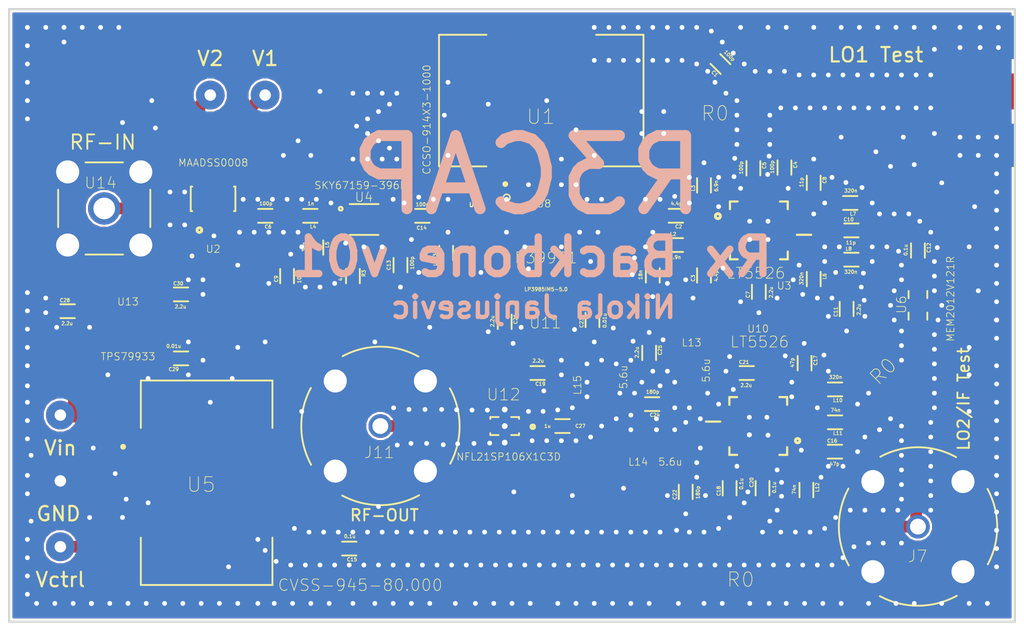
<source format=kicad_pcb>
(kicad_pcb (version 20171130) (host pcbnew 5.0.2-bee76a0~70~ubuntu16.04.1)
  (layers (0 F.Cu signal) (31 B.Cu signal) (34 B.Paste user hide) (35 F.Paste user hide) (36 B.SilkS user) (37 F.SilkS user) (38 B.Mask user) (39 F.Mask user) (44 Edge.Cuts user))
  (net 0 "")
  (net 1 "Net-(C1-Pad2)")
  (net 2 "Net-(C1-Pad1)")
  (net 3 "Net-(C2-Pad1)")
  (net 4 RFout)
  (net 5 "Net-(C3-Pad2)")
  (net 6 GND)
  (net 7 "Net-(C4-Pad2)")
  (net 8 "Net-(C5-Pad1)")
  (net 9 "Net-(C5-Pad2)")
  (net 10 "Net-(C6-Pad2)")
  (net 11 "Net-(C6-Pad1)")
  (net 12 +5V)
  (net 13 "Net-(C8-Pad2)")
  (net 14 "Net-(C9-Pad2)")
  (net 15 "Net-(C10-Pad1)")
  (net 16 "Net-(C10-Pad2)")
  (net 17 "Net-(C11-Pad2)")
  (net 18 "Net-(C12-Pad2)")
  (net 19 +3V3)
  (net 20 "Net-(C14-Pad1)")
  (net 21 "Net-(C14-Pad2)")
  (net 22 "Net-(C15-Pad1)")
  (net 23 "Net-(C15-Pad2)")
  (net 24 "Net-(C16-Pad1)")
  (net 25 "Net-(C16-Pad2)")
  (net 26 "Net-(C17-Pad2)")
  (net 27 "Net-(C18-Pad2)")
  (net 28 "Net-(C19-Pad2)")
  (net 29 LO2)
  (net 30 "Net-(C20-Pad2)")
  (net 31 "Net-(C22-Pad2)")
  (net 32 "Net-(C23-Pad2)")
  (net 33 "Net-(C24-Pad1)")
  (net 34 "Net-(C24-Pad2)")
  (net 35 "Net-(C25-Pad2)")
  (net 36 "Net-(C27-Pad2)")
  (net 37 "Net-(C29-Pad2)")
  (net 38 "Net-(J2-Pad1)")
  (net 39 "Net-(J3-Pad1)")
  (net 40 "Net-(J5-Pad1)")
  (net 41 "Net-(J7-Pad1)")
  (net 42 "Net-(J11-Pad1)")
  (net 43 "Net-(L4-Pad1)")
  (net 44 "Net-(R2-Pad2)")
  (net 45 "Net-(U1-Pad1)")
  (net 46 "Net-(U14-Pad1)")
  (net 47 "Net-(U3-Pad16)")
  (net 48 "Net-(U3-Pad13)")
  (net 49 "Net-(U3-Pad8)")
  (net 50 "Net-(U3-Pad4)")
  (net 51 "Net-(U3-Pad1)")
  (net 52 "Net-(U4-Pad1)")
  (net 53 "Net-(U4-Pad4)")
  (net 54 "Net-(U4-Pad5)")
  (net 55 "Net-(U4-Pad8)")
  (net 56 "Net-(U7-Pad2)")
  (net 57 "Net-(U8-Pad5)")
  (net 58 "Net-(U10-Pad1)")
  (net 59 "Net-(U10-Pad4)")
  (net 60 "Net-(U10-Pad8)")
  (net 61 "Net-(U10-Pad13)")
  (net 62 "Net-(U10-Pad16)")
  (net 63 "Net-(R5-Pad1)")
  (module footprints:sma-edge-16 (layer F.Cu) (at 107.95 72.735 90)
    (fp_text reference "LO1 Test" (at 4.79 -7.112 180) (layer F.SilkS))
    (fp_text value "LO1 Test")
    (pad 1 smd rect (at -1.5 0 90) (size 3 5) (layers F.Cu F.Paste F.Mask) (net 6 GND))
    (pad 2 smd rect (at 2.25 0 90) (size 2.5 5) (layers F.Cu F.Paste F.Mask) (net 44 "Net-(R2-Pad2)"))
    (pad 3 smd rect (at 6 0 90) (size 3 5) (layers F.Cu F.Paste F.Mask) (net 6 GND))
    (pad 4 smd rect (at 6 0 90) (size 3 5) (layers B.Cu F.Paste B.Mask) (net 6 GND))
    (pad 5 smd rect (at -1.5 0 90) (size 3 5) (layers B.Cu B.Paste B.Mask) (net 6 GND))
  )
  (module FIL_NFM21PC105B1C3D:FIL_NFM21PC105B1C3D (layer F.Cu) (at 75.057 93.726 180)
    (fp_text reference U12 (at 0.0762 2.1844 180) (layer F.SilkS) (effects (font (size 0.801378 0.801378) (thickness 0.05))))
    (fp_text value NFL21SP106X1C3D (at -0.2794 -2.1336 180) (layer F.SilkS) (effects (font (size 0.508 0.508) (thickness 0.05))))
    (pad 1 smd rect (at -1 0 180) (size 0.6 0.8) (layers F.Cu F.Paste F.Mask) (net 36 "Net-(C27-Pad2)"))
    (pad 3 smd rect (at 1 0 180) (size 0.6 0.8) (layers F.Cu F.Paste F.Mask) (net 42 "Net-(J11-Pad1)"))
    (pad 2_1 smd rect (at 0 -0.675 180) (size 0.6 0.55) (layers F.Cu F.Paste F.Mask) (net 6 GND))
    (pad 2_2 smd rect (at 0 0.675 180) (size 0.6 0.55) (layers F.Cu F.Paste F.Mask) (net 6 GND))
    (pad S2 thru_hole circle (at 0 0 180) (size 0.6 0.6) (drill 0.4) (layers *.Cu *.Mask) (net 6 GND))
    (pad S1 thru_hole circle (at 0 -1.15 180) (size 0.6 0.6) (drill 0.4) (layers *.Cu *.Mask) (net 6 GND))
    (pad S3 thru_hole circle (at 0 1.15 180) (size 0.6 0.6) (drill 0.4) (layers *.Cu *.Mask) (net 6 GND))
  )
  (module CC0402ZRY5V7BB104:CAPC1005X55N (layer F.Cu) (at 90.043 68.58 135)
    (fp_text reference C1 (at -0.191224 -0.755632 135) (layer F.SilkS) (effects (font (size 0.241029 0.241029) (thickness 0.05))))
    (fp_text value 100p (at -0.038151 0.851042 135) (layer F.SilkS) (effects (font (size 0.240973 0.240973) (thickness 0.05))))
    (pad 2 smd rect (at 0.43 0 225) (size 0.6 0.54) (layers F.Cu F.Paste F.Mask) (net 1 "Net-(C1-Pad2)"))
    (pad 1 smd rect (at -0.43 0 225) (size 0.6 0.54) (layers F.Cu F.Paste F.Mask) (net 2 "Net-(C1-Pad1)"))
  )
  (module CC0402ZRY5V7BB104:CAPC1005X55N (layer F.Cu) (at 86.946 79.121 180)
    (fp_text reference C2 (at -0.191224 -0.755632 180) (layer F.SilkS) (effects (font (size 0.241029 0.241029) (thickness 0.05))))
    (fp_text value 4.4p (at -0.038151 0.851042 180) (layer F.SilkS) (effects (font (size 0.240973 0.240973) (thickness 0.05))))
    (pad 1 smd rect (at -0.43 0 270) (size 0.6 0.54) (layers F.Cu F.Paste F.Mask) (net 3 "Net-(C2-Pad1)"))
    (pad 2 smd rect (at 0.43 0 270) (size 0.6 0.54) (layers F.Cu F.Paste F.Mask) (net 4 RFout))
  )
  (module CC0402ZRY5V7BB104:CAPC1005X55N (layer F.Cu) (at 88.9 83.263 90)
    (fp_text reference C3 (at -0.191224 -0.755632 90) (layer F.SilkS) (effects (font (size 0.241029 0.241029) (thickness 0.05))))
    (fp_text value 4.4p (at -0.038151 0.851042 90) (layer F.SilkS) (effects (font (size 0.240973 0.240973) (thickness 0.05))))
    (pad 2 smd rect (at 0.43 0 180) (size 0.6 0.54) (layers F.Cu F.Paste F.Mask) (net 5 "Net-(C3-Pad2)"))
    (pad 1 smd rect (at -0.43 0 180) (size 0.6 0.54) (layers F.Cu F.Paste F.Mask) (net 6 GND))
  )
  (module CC0402ZRY5V7BB104:CAPC1005X55N (layer F.Cu) (at 94.488 75.77 270)
    (fp_text reference C4 (at -0.191224 -0.755632 270) (layer F.SilkS) (effects (font (size 0.241029 0.241029) (thickness 0.05))))
    (fp_text value 100p (at -0.038151 0.851042 270) (layer F.SilkS) (effects (font (size 0.240973 0.240973) (thickness 0.05))))
    (pad 1 smd rect (at -0.43 0) (size 0.6 0.54) (layers F.Cu F.Paste F.Mask) (net 6 GND))
    (pad 2 smd rect (at 0.43 0) (size 0.6 0.54) (layers F.Cu F.Paste F.Mask) (net 7 "Net-(C4-Pad2)"))
  )
  (module CC0402ZRY5V7BB104:CAPC1005X55N (layer F.Cu) (at 92.329 75.819 270)
    (fp_text reference C5 (at -0.191224 -0.755632 270) (layer F.SilkS) (effects (font (size 0.241029 0.241029) (thickness 0.05))))
    (fp_text value 100p (at -0.038151 0.851042 270) (layer F.SilkS) (effects (font (size 0.240973 0.240973) (thickness 0.05))))
    (pad 1 smd rect (at -0.43 0) (size 0.6 0.54) (layers F.Cu F.Paste F.Mask) (net 8 "Net-(C5-Pad1)"))
    (pad 2 smd rect (at 0.43 0) (size 0.6 0.54) (layers F.Cu F.Paste F.Mask) (net 9 "Net-(C5-Pad2)"))
  )
  (module CC0402ZRY5V7BB104:CAPC1005X55N (layer F.Cu) (at 58.431 79.125 180)
    (fp_text reference C6 (at -0.191224 -0.755632 180) (layer F.SilkS) (effects (font (size 0.241029 0.241029) (thickness 0.05))))
    (fp_text value 100p (at -0.038151 0.851042 180) (layer F.SilkS) (effects (font (size 0.240973 0.240973) (thickness 0.05))))
    (pad 2 smd rect (at 0.43 0 270) (size 0.6 0.54) (layers F.Cu F.Paste F.Mask) (net 10 "Net-(C6-Pad2)"))
    (pad 1 smd rect (at -0.43 0 270) (size 0.6 0.54) (layers F.Cu F.Paste F.Mask) (net 11 "Net-(C6-Pad1)"))
  )
  (module CC0402ZRY5V7BB104:CAPC1005X55N (layer F.Cu) (at 92.71 84.406 90)
    (fp_text reference C7 (at -0.191224 -0.755632 90) (layer F.SilkS) (effects (font (size 0.241029 0.241029) (thickness 0.05))))
    (fp_text value 2.2u (at -0.038151 0.851042 90) (layer F.SilkS) (effects (font (size 0.240973 0.240973) (thickness 0.05))))
    (pad 2 smd rect (at 0.43 0 180) (size 0.6 0.54) (layers F.Cu F.Paste F.Mask) (net 12 +5V))
    (pad 1 smd rect (at -0.43 0 180) (size 0.6 0.54) (layers F.Cu F.Paste F.Mask) (net 6 GND))
  )
  (module CC0402ZRY5V7BB104:CAPC1005X55N (layer F.Cu) (at 96.52 76.835 270)
    (fp_text reference C8 (at -0.191224 -0.755632 270) (layer F.SilkS) (effects (font (size 0.241029 0.241029) (thickness 0.05))))
    (fp_text value 11p (at -0.038151 0.851042 270) (layer F.SilkS) (effects (font (size 0.240973 0.240973) (thickness 0.05))))
    (pad 2 smd rect (at 0.43 0) (size 0.6 0.54) (layers F.Cu F.Paste F.Mask) (net 13 "Net-(C8-Pad2)"))
    (pad 1 smd rect (at -0.43 0) (size 0.6 0.54) (layers F.Cu F.Paste F.Mask) (net 6 GND))
  )
  (module CC0402ZRY5V7BB104:CAPC1005X55N (layer F.Cu) (at 59.944 83.312 90)
    (fp_text reference C9 (at -0.191224 -0.755632 90) (layer F.SilkS) (effects (font (size 0.241029 0.241029) (thickness 0.05))))
    (fp_text value 100p (at -0.038151 0.851042 90) (layer F.SilkS) (effects (font (size 0.240973 0.240973) (thickness 0.05))))
    (pad 1 smd rect (at -0.43 0 180) (size 0.6 0.54) (layers F.Cu F.Paste F.Mask) (net 6 GND))
    (pad 2 smd rect (at 0.43 0 180) (size 0.6 0.54) (layers F.Cu F.Paste F.Mask) (net 14 "Net-(C9-Pad2)"))
  )
  (module CC0402ZRY5V7BB104:CAPC1005X55N (layer F.Cu) (at 99.138 80.137)
    (fp_text reference C10 (at -0.191224 -0.755632) (layer F.SilkS) (effects (font (size 0.241029 0.241029) (thickness 0.05))))
    (fp_text value 11p (at -0.038151 0.851042) (layer F.SilkS) (effects (font (size 0.240973 0.240973) (thickness 0.05))))
    (pad 1 smd rect (at -0.43 0 90) (size 0.6 0.54) (layers F.Cu F.Paste F.Mask) (net 15 "Net-(C10-Pad1)"))
    (pad 2 smd rect (at 0.43 0 90) (size 0.6 0.54) (layers F.Cu F.Paste F.Mask) (net 16 "Net-(C10-Pad2)"))
  )
  (module CC0402ZRY5V7BB104:CAPC1005X55N (layer F.Cu) (at 98.806 85.598 90)
    (fp_text reference C11 (at -0.191224 -0.755632 90) (layer F.SilkS) (effects (font (size 0.241029 0.241029) (thickness 0.05))))
    (fp_text value 2.2u (at -0.038151 0.851042 90) (layer F.SilkS) (effects (font (size 0.240973 0.240973) (thickness 0.05))))
    (pad 2 smd rect (at 0.43 0 180) (size 0.6 0.54) (layers F.Cu F.Paste F.Mask) (net 17 "Net-(C11-Pad2)"))
    (pad 1 smd rect (at -0.43 0 180) (size 0.6 0.54) (layers F.Cu F.Paste F.Mask) (net 6 GND))
  )
  (module CC0402ZRY5V7BB104:CAPC1005X55N (layer F.Cu) (at 103.759 81.534 270)
    (fp_text reference C12 (at -0.191224 -0.755632 270) (layer F.SilkS) (effects (font (size 0.241029 0.241029) (thickness 0.05))))
    (fp_text value 0.1u (at -0.038151 0.851042 270) (layer F.SilkS) (effects (font (size 0.240973 0.240973) (thickness 0.05))))
    (pad 1 smd rect (at -0.43 0) (size 0.6 0.54) (layers F.Cu F.Paste F.Mask) (net 16 "Net-(C10-Pad2)"))
    (pad 2 smd rect (at 0.43 0) (size 0.6 0.54) (layers F.Cu F.Paste F.Mask) (net 18 "Net-(C12-Pad2)"))
  )
  (module CC0402ZRY5V7BB104:CAPC1005X55N (layer F.Cu) (at 67.818 82.55 90)
    (fp_text reference C13 (at 0 -0.8128 90) (layer F.SilkS) (effects (font (size 0.241029 0.241029) (thickness 0.05))))
    (fp_text value 100p (at 0.1524 0.8128 90) (layer F.SilkS) (effects (font (size 0.240973 0.240973) (thickness 0.05))))
    (pad 2 smd rect (at 0.43 0 180) (size 0.6 0.54) (layers F.Cu F.Paste F.Mask) (net 19 +3V3))
    (pad 1 smd rect (at -0.43 0 180) (size 0.6 0.54) (layers F.Cu F.Paste F.Mask) (net 6 GND))
  )
  (module CC0402ZRY5V7BB104:CAPC1005X55N (layer F.Cu) (at 69.342 79.125 180)
    (fp_text reference C14 (at 0.0508 -0.8342 180) (layer F.SilkS) (effects (font (size 0.241029 0.241029) (thickness 0.05))))
    (fp_text value 100p (at 0 0.7914 180) (layer F.SilkS) (effects (font (size 0.240973 0.240973) (thickness 0.05))))
    (pad 1 smd rect (at -0.43 0 270) (size 0.6 0.54) (layers F.Cu F.Paste F.Mask) (net 20 "Net-(C14-Pad1)"))
    (pad 2 smd rect (at 0.43 0 270) (size 0.6 0.54) (layers F.Cu F.Paste F.Mask) (net 21 "Net-(C14-Pad2)"))
  )
  (module CC0402ZRY5V7BB104:CAPC1005X55N (layer F.Cu) (at 64.262 102.235 180)
    (fp_text reference C15 (at -0.191224 -0.755632 180) (layer F.SilkS) (effects (font (size 0.241029 0.241029) (thickness 0.05))))
    (fp_text value 0.1u (at -0.038151 0.851042 180) (layer F.SilkS) (effects (font (size 0.240973 0.240973) (thickness 0.05))))
    (pad 1 smd rect (at -0.43 0 270) (size 0.6 0.54) (layers F.Cu F.Paste F.Mask) (net 22 "Net-(C15-Pad1)"))
    (pad 2 smd rect (at 0.43 0 270) (size 0.6 0.54) (layers F.Cu F.Paste F.Mask) (net 23 "Net-(C15-Pad2)"))
  )
  (module CC0402ZRY5V7BB104:CAPC1005X55N (layer F.Cu) (at 97.995 95.504)
    (fp_text reference C16 (at -0.191224 -0.755632) (layer F.SilkS) (effects (font (size 0.241029 0.241029) (thickness 0.05))))
    (fp_text value 47p (at -0.038151 0.851042) (layer F.SilkS) (effects (font (size 0.240973 0.240973) (thickness 0.05))))
    (pad 1 smd rect (at -0.43 0 90) (size 0.6 0.54) (layers F.Cu F.Paste F.Mask) (net 24 "Net-(C16-Pad1)"))
    (pad 2 smd rect (at 0.43 0 90) (size 0.6 0.54) (layers F.Cu F.Paste F.Mask) (net 25 "Net-(C16-Pad2)"))
  )
  (module CC0402ZRY5V7BB104:CAPC1005X55N (layer F.Cu) (at 95.885 89.359 270)
    (fp_text reference C17 (at -0.191224 -0.755632 270) (layer F.SilkS) (effects (font (size 0.241029 0.241029) (thickness 0.05))))
    (fp_text value 47p (at -0.038151 0.851042 270) (layer F.SilkS) (effects (font (size 0.240973 0.240973) (thickness 0.05))))
    (pad 2 smd rect (at 0.43 0) (size 0.6 0.54) (layers F.Cu F.Paste F.Mask) (net 26 "Net-(C17-Pad2)"))
    (pad 1 smd rect (at -0.43 0) (size 0.6 0.54) (layers F.Cu F.Paste F.Mask) (net 6 GND))
  )
  (module CC0402ZRY5V7BB104:CAPC1005X55N (layer F.Cu) (at 90.678 98.044 90)
    (fp_text reference C18 (at -0.191224 -0.755632 90) (layer F.SilkS) (effects (font (size 0.241029 0.241029) (thickness 0.05))))
    (fp_text value 0.1u (at 0.3048 0.8128 90) (layer F.SilkS) (effects (font (size 0.240973 0.240973) (thickness 0.05))))
    (pad 2 smd rect (at 0.43 0 180) (size 0.6 0.54) (layers F.Cu F.Paste F.Mask) (net 27 "Net-(C18-Pad2)"))
    (pad 1 smd rect (at -0.43 0 180) (size 0.6 0.54) (layers F.Cu F.Paste F.Mask) (net 6 GND))
  )
  (module CC0402ZRY5V7BB104:CAPC1005X55N (layer F.Cu) (at 77.343 90.043 180)
    (fp_text reference C19 (at -0.191224 -0.755632 180) (layer F.SilkS) (effects (font (size 0.241029 0.241029) (thickness 0.05))))
    (fp_text value 2.2u (at -0.038151 0.851042 180) (layer F.SilkS) (effects (font (size 0.240973 0.240973) (thickness 0.05))))
    (pad 2 smd rect (at 0.43 0 270) (size 0.6 0.54) (layers F.Cu F.Paste F.Mask) (net 28 "Net-(C19-Pad2)"))
    (pad 1 smd rect (at -0.43 0 270) (size 0.6 0.54) (layers F.Cu F.Paste F.Mask) (net 6 GND))
  )
  (module CC0402ZRY5V7BB104:CAPC1005X55N (layer F.Cu) (at 92.964 98.044 90)
    (fp_text reference C20 (at 0.4064 -0.755632 90) (layer F.SilkS) (effects (font (size 0.241029 0.241029) (thickness 0.05))))
    (fp_text value 0.1u (at 0.0508 0.8128 90) (layer F.SilkS) (effects (font (size 0.240973 0.240973) (thickness 0.05))))
    (pad 1 smd rect (at -0.43 0 180) (size 0.6 0.54) (layers F.Cu F.Paste F.Mask) (net 29 LO2))
    (pad 2 smd rect (at 0.43 0 180) (size 0.6 0.54) (layers F.Cu F.Paste F.Mask) (net 30 "Net-(C20-Pad2)"))
  )
  (module CC0402ZRY5V7BB104:CAPC1005X55N (layer F.Cu) (at 91.87 90.043)
    (fp_text reference C21 (at -0.191224 -0.755632) (layer F.SilkS) (effects (font (size 0.241029 0.241029) (thickness 0.05))))
    (fp_text value 2.2u (at -0.038151 0.851042) (layer F.SilkS) (effects (font (size 0.240973 0.240973) (thickness 0.05))))
    (pad 1 smd rect (at -0.43 0 90) (size 0.6 0.54) (layers F.Cu F.Paste F.Mask) (net 6 GND))
    (pad 2 smd rect (at 0.43 0 90) (size 0.6 0.54) (layers F.Cu F.Paste F.Mask) (net 12 +5V))
  )
  (module CC0402ZRY5V7BB104:CAPC1005X55N (layer F.Cu) (at 87.63 98.298 90)
    (fp_text reference C22 (at -0.191224 -0.755632 90) (layer F.SilkS) (effects (font (size 0.241029 0.241029) (thickness 0.05))))
    (fp_text value 180p (at -0.038151 0.851042 90) (layer F.SilkS) (effects (font (size 0.240973 0.240973) (thickness 0.05))))
    (pad 1 smd rect (at -0.43 0 180) (size 0.6 0.54) (layers F.Cu F.Paste F.Mask) (net 6 GND))
    (pad 2 smd rect (at 0.43 0 180) (size 0.6 0.54) (layers F.Cu F.Paste F.Mask) (net 31 "Net-(C22-Pad2)"))
  )
  (module CC0402ZRY5V7BB104:CAPC1005X55N (layer F.Cu) (at 81.153 86.36 90)
    (fp_text reference C23 (at -0.191224 -0.755632 90) (layer F.SilkS) (effects (font (size 0.241029 0.241029) (thickness 0.05))))
    (fp_text value 0.01u (at -0.038151 0.851042 90) (layer F.SilkS) (effects (font (size 0.240973 0.240973) (thickness 0.05))))
    (pad 1 smd rect (at -0.43 0 180) (size 0.6 0.54) (layers F.Cu F.Paste F.Mask) (net 6 GND))
    (pad 2 smd rect (at 0.43 0 180) (size 0.6 0.54) (layers F.Cu F.Paste F.Mask) (net 32 "Net-(C23-Pad2)"))
  )
  (module CC0402ZRY5V7BB104:CAPC1005X55N (layer F.Cu) (at 85.295 92.202 180)
    (fp_text reference C24 (at -0.191224 -0.755632 180) (layer F.SilkS) (effects (font (size 0.241029 0.241029) (thickness 0.05))))
    (fp_text value 180p (at -0.038151 0.851042 180) (layer F.SilkS) (effects (font (size 0.240973 0.240973) (thickness 0.05))))
    (pad 1 smd rect (at -0.43 0 270) (size 0.6 0.54) (layers F.Cu F.Paste F.Mask) (net 33 "Net-(C24-Pad1)"))
    (pad 2 smd rect (at 0.43 0 270) (size 0.6 0.54) (layers F.Cu F.Paste F.Mask) (net 34 "Net-(C24-Pad2)"))
  )
  (module CC0402ZRY5V7BB104:CAPC1005X55N (layer F.Cu) (at 85.09 88.646 270)
    (fp_text reference C25 (at -0.191224 -0.755632 270) (layer F.SilkS) (effects (font (size 0.241029 0.241029) (thickness 0.05))))
    (fp_text value 2.2u (at -0.038151 0.851042 270) (layer F.SilkS) (effects (font (size 0.240973 0.240973) (thickness 0.05))))
    (pad 1 smd rect (at -0.43 0) (size 0.6 0.54) (layers F.Cu F.Paste F.Mask) (net 6 GND))
    (pad 2 smd rect (at 0.43 0) (size 0.6 0.54) (layers F.Cu F.Paste F.Mask) (net 35 "Net-(C25-Pad2)"))
  )
  (module CC0402ZRY5V7BB104:CAPC1005X55N (layer F.Cu) (at 75.057 86.487 270)
    (fp_text reference C26 (at -0.191224 -0.755632 270) (layer F.SilkS) (effects (font (size 0.241029 0.241029) (thickness 0.05))))
    (fp_text value 2.2u (at -0.038151 0.851042 270) (layer F.SilkS) (effects (font (size 0.240973 0.240973) (thickness 0.05))))
    (pad 1 smd rect (at -0.43 0) (size 0.6 0.54) (layers F.Cu F.Paste F.Mask) (net 12 +5V))
    (pad 2 smd rect (at 0.43 0) (size 0.6 0.54) (layers F.Cu F.Paste F.Mask) (net 6 GND))
  )
  (module CC0402ZRY5V7BB104:CAPC1005X55N (layer F.Cu) (at 79.072 93.726 180)
    (fp_text reference C27 (at -1.2428 0 180) (layer F.SilkS) (effects (font (size 0.241029 0.241029) (thickness 0.05))))
    (fp_text value 1u (at 1.0432 0 180) (layer F.SilkS) (effects (font (size 0.240973 0.240973) (thickness 0.05))))
    (pad 2 smd rect (at 0.43 0 270) (size 0.6 0.54) (layers F.Cu F.Paste F.Mask) (net 36 "Net-(C27-Pad2)"))
    (pad 1 smd rect (at -0.43 0 270) (size 0.6 0.54) (layers F.Cu F.Paste F.Mask) (net 34 "Net-(C24-Pad2)"))
  )
  (module CC0402ZRY5V7BB104:CAPC1005X55N (layer F.Cu) (at 44.704 85.748339)
    (fp_text reference C28 (at -0.191224 -0.755632) (layer F.SilkS) (effects (font (size 0.241029 0.241029) (thickness 0.05))))
    (fp_text value 2.2u (at -0.038151 0.851042) (layer F.SilkS) (effects (font (size 0.240973 0.240973) (thickness 0.05))))
    (pad 1 smd rect (at -0.43 0 90) (size 0.6 0.54) (layers F.Cu F.Paste F.Mask) (net 6 GND))
    (pad 2 smd rect (at 0.43 0 90) (size 0.6 0.54) (layers F.Cu F.Paste F.Mask) (net 28 "Net-(C19-Pad2)"))
  )
  (module CC0402ZRY5V7BB104:CAPC1005X55N (layer F.Cu) (at 52.578 89.027 180)
    (fp_text reference C29 (at 0.508 -0.755632 180) (layer F.SilkS) (effects (font (size 0.241029 0.241029) (thickness 0.05))))
    (fp_text value 0.01u (at 0.508 0.851042 180) (layer F.SilkS) (effects (font (size 0.240973 0.240973) (thickness 0.05))))
    (pad 2 smd rect (at 0.43 0 270) (size 0.6 0.54) (layers F.Cu F.Paste F.Mask) (net 37 "Net-(C29-Pad2)"))
    (pad 1 smd rect (at -0.43 0 270) (size 0.6 0.54) (layers F.Cu F.Paste F.Mask) (net 6 GND))
  )
  (module CC0402ZRY5V7BB104:CAPC1005X55N (layer F.Cu) (at 52.578 84.582)
    (fp_text reference C30 (at -0.191224 -0.755632) (layer F.SilkS) (effects (font (size 0.241029 0.241029) (thickness 0.05))))
    (fp_text value 2.2u (at -0.038151 0.851042) (layer F.SilkS) (effects (font (size 0.240973 0.240973) (thickness 0.05))))
    (pad 1 smd rect (at -0.43 0 90) (size 0.6 0.54) (layers F.Cu F.Paste F.Mask) (net 19 +3V3))
    (pad 2 smd rect (at 0.43 0 90) (size 0.6 0.54) (layers F.Cu F.Paste F.Mask) (net 6 GND))
  )
  (module 5-1634503-1:TE_5-1634503-1 (layer F.Cu) (at 103.759 100.711)
    (fp_text reference J7 (at -0.0254 2.0574) (layer F.SilkS) (effects (font (size 0.800945 0.800945) (thickness 0.05))))
    (fp_text value "LO2/IF Test" (at 3.175 -8.8646 90) (layer F.SilkS) (effects (font (size 0.800157 0.800157) (thickness 0.127))))
    (pad 1 thru_hole circle (at 0 0) (size 1.65 1.65) (drill 1.1) (layers *.Cu *.Mask) (net 41 "Net-(J7-Pad1)"))
    (pad 2 thru_hole circle (at -3.13 -3.13) (size 2.4 2.4) (drill 1.6) (layers *.Cu *.Mask) (net 6 GND))
    (pad 3 thru_hole circle (at 3.13 -3.13) (size 2.4 2.4) (drill 1.6) (layers *.Cu *.Mask) (net 6 GND))
    (pad 4 thru_hole circle (at 3.13 3.13) (size 2.4 2.4) (drill 1.6) (layers *.Cu *.Mask) (net 6 GND))
    (pad 5 thru_hole circle (at -3.13 3.13) (size 2.4 2.4) (drill 1.6) (layers *.Cu *.Mask) (net 6 GND))
  )
  (module 5-1634503-1:TE_5-1634503-1 (layer F.Cu) (at 66.421 93.726)
    (fp_text reference J11 (at -0.0762 1.8288) (layer F.SilkS) (effects (font (size 0.800945 0.800945) (thickness 0.05))))
    (fp_text value RF-OUT (at 0.2794 6.1976) (layer F.SilkS) (effects (font (size 0.800157 0.800157) (thickness 0.127))))
    (pad 5 thru_hole circle (at -3.13 3.13) (size 2.4 2.4) (drill 1.6) (layers *.Cu *.Mask) (net 6 GND))
    (pad 4 thru_hole circle (at 3.13 3.13) (size 2.4 2.4) (drill 1.6) (layers *.Cu *.Mask) (net 6 GND))
    (pad 3 thru_hole circle (at 3.13 -3.13) (size 2.4 2.4) (drill 1.6) (layers *.Cu *.Mask) (net 6 GND))
    (pad 2 thru_hole circle (at -3.13 -3.13) (size 2.4 2.4) (drill 1.6) (layers *.Cu *.Mask) (net 6 GND))
    (pad 1 thru_hole circle (at 0 0) (size 1.65 1.65) (drill 1.1) (layers *.Cu *.Mask) (net 42 "Net-(J11-Pad1)"))
  )
  (module CC0402ZRY5V7BB104:CAPC1005X55N (layer F.Cu) (at 85.344 83.263 270)
    (fp_text reference L1 (at -0.191224 -0.755632 270) (layer F.SilkS) (effects (font (size 0.241029 0.241029) (thickness 0.05))))
    (fp_text value 18n (at -0.038151 0.851042 270) (layer F.SilkS) (effects (font (size 0.240973 0.240973) (thickness 0.05))))
    (pad 2 smd rect (at 0.43 0) (size 0.6 0.54) (layers F.Cu F.Paste F.Mask) (net 6 GND))
    (pad 1 smd rect (at -0.43 0) (size 0.6 0.54) (layers F.Cu F.Paste F.Mask) (net 4 RFout))
  )
  (module CC0402ZRY5V7BB104:CAPC1005X55N (layer F.Cu) (at 86.946 81.153)
    (fp_text reference L2 (at -0.191224 -0.755632) (layer F.SilkS) (effects (font (size 0.241029 0.241029) (thickness 0.05))))
    (fp_text value 6.9n (at -0.038151 0.851042) (layer F.SilkS) (effects (font (size 0.240973 0.240973) (thickness 0.05))))
    (pad 2 smd rect (at 0.43 0 90) (size 0.6 0.54) (layers F.Cu F.Paste F.Mask) (net 5 "Net-(C3-Pad2)"))
    (pad 1 smd rect (at -0.43 0 90) (size 0.6 0.54) (layers F.Cu F.Paste F.Mask) (net 4 RFout))
  )
  (module CC0402ZRY5V7BB104:CAPC1005X55N (layer F.Cu) (at 88.9 77.011 90)
    (fp_text reference L3 (at -0.191224 -0.755632 90) (layer F.SilkS) (effects (font (size 0.241029 0.241029) (thickness 0.05))))
    (fp_text value 6.9n (at -0.038151 0.851042 90) (layer F.SilkS) (effects (font (size 0.240973 0.240973) (thickness 0.05))))
    (pad 2 smd rect (at 0.43 0 180) (size 0.6 0.54) (layers F.Cu F.Paste F.Mask) (net 6 GND))
    (pad 1 smd rect (at -0.43 0 180) (size 0.6 0.54) (layers F.Cu F.Paste F.Mask) (net 3 "Net-(C2-Pad1)"))
  )
  (module CC0402ZRY5V7BB104:CAPC1005X55N (layer F.Cu) (at 61.557 79.125 180)
    (fp_text reference L4 (at -0.191224 -0.755632 180) (layer F.SilkS) (effects (font (size 0.241029 0.241029) (thickness 0.05))))
    (fp_text value 1n (at -0.038151 0.851042 180) (layer F.SilkS) (effects (font (size 0.240973 0.240973) (thickness 0.05))))
    (pad 2 smd rect (at 0.43 0 270) (size 0.6 0.54) (layers F.Cu F.Paste F.Mask) (net 11 "Net-(C6-Pad1)"))
    (pad 1 smd rect (at -0.43 0 270) (size 0.6 0.54) (layers F.Cu F.Paste F.Mask) (net 43 "Net-(L4-Pad1)"))
  )
  (module CC0402ZRY5V7BB104:CAPC1005X55N (layer F.Cu) (at 61.976 81.329 270)
    (fp_text reference L5 (at -0.191224 -0.755632 270) (layer F.SilkS) (effects (font (size 0.241029 0.241029) (thickness 0.05))))
    (fp_text value 30n (at -0.038151 0.851042 270) (layer F.SilkS) (effects (font (size 0.240973 0.240973) (thickness 0.05))))
    (pad 1 smd rect (at -0.43 0) (size 0.6 0.54) (layers F.Cu F.Paste F.Mask) (net 43 "Net-(L4-Pad1)"))
    (pad 2 smd rect (at 0.43 0) (size 0.6 0.54) (layers F.Cu F.Paste F.Mask) (net 14 "Net-(C9-Pad2)"))
  )
  (module CC0402ZRY5V7BB104:CAPC1005X55N (layer F.Cu) (at 96.52 83.517 270)
    (fp_text reference L6 (at -0.191224 -0.755632 270) (layer F.SilkS) (effects (font (size 0.241029 0.241029) (thickness 0.05))))
    (fp_text value 320n (at -0.038151 0.851042 270) (layer F.SilkS) (effects (font (size 0.240973 0.240973) (thickness 0.05))))
    (pad 1 smd rect (at -0.43 0) (size 0.6 0.54) (layers F.Cu F.Paste F.Mask) (net 15 "Net-(C10-Pad1)"))
    (pad 2 smd rect (at 0.43 0) (size 0.6 0.54) (layers F.Cu F.Paste F.Mask) (net 17 "Net-(C11-Pad2)"))
  )
  (module CC0402ZRY5V7BB104:CAPC1005X55N (layer F.Cu) (at 99.06 78.232 180)
    (fp_text reference L7 (at -0.191224 -0.755632 180) (layer F.SilkS) (effects (font (size 0.241029 0.241029) (thickness 0.05))))
    (fp_text value 320n (at -0.038151 0.851042 180) (layer F.SilkS) (effects (font (size 0.240973 0.240973) (thickness 0.05))))
    (pad 2 smd rect (at 0.43 0 270) (size 0.6 0.54) (layers F.Cu F.Paste F.Mask) (net 13 "Net-(C8-Pad2)"))
    (pad 1 smd rect (at -0.43 0 270) (size 0.6 0.54) (layers F.Cu F.Paste F.Mask) (net 16 "Net-(C10-Pad2)"))
  )
  (module CC0402ZRY5V7BB104:CAPC1005X55N (layer F.Cu) (at 99.138 82.169)
    (fp_text reference L8 (at -0.191224 -0.755632) (layer F.SilkS) (effects (font (size 0.241029 0.241029) (thickness 0.05))))
    (fp_text value 320n (at -0.038151 0.851042) (layer F.SilkS) (effects (font (size 0.240973 0.240973) (thickness 0.05))))
    (pad 2 smd rect (at 0.43 0 90) (size 0.6 0.54) (layers F.Cu F.Paste F.Mask) (net 16 "Net-(C10-Pad2)"))
    (pad 1 smd rect (at -0.43 0 90) (size 0.6 0.54) (layers F.Cu F.Paste F.Mask) (net 17 "Net-(C11-Pad2)"))
  )
  (module CC0402ZRY5V7BB104:CAPC1005X55N (layer F.Cu) (at 70.993 81.71 90)
    (fp_text reference L9 (at -0.684 -0.755632 90) (layer F.SilkS) (effects (font (size 0.241029 0.241029) (thickness 0.05))))
    (fp_text value 36n (at 0.078 -0.762 90) (layer F.SilkS) (effects (font (size 0.240973 0.240973) (thickness 0.05))))
    (pad 2 smd rect (at 0.43 0 180) (size 0.6 0.54) (layers F.Cu F.Paste F.Mask) (net 21 "Net-(C14-Pad2)"))
    (pad 1 smd rect (at -0.43 0 180) (size 0.6 0.54) (layers F.Cu F.Paste F.Mask) (net 19 +3V3))
  )
  (module CC0402ZRY5V7BB104:CAPC1005X55N (layer F.Cu) (at 98.002188 91.180844 180)
    (fp_text reference L10 (at -0.191224 -0.755632 180) (layer F.SilkS) (effects (font (size 0.241029 0.241029) (thickness 0.05))))
    (fp_text value 320n (at -0.038151 0.851042 180) (layer F.SilkS) (effects (font (size 0.240973 0.240973) (thickness 0.05))))
    (pad 2 smd rect (at 0.43 0 270) (size 0.6 0.54) (layers F.Cu F.Paste F.Mask) (net 6 GND))
    (pad 1 smd rect (at -0.43 0 270) (size 0.6 0.54) (layers F.Cu F.Paste F.Mask) (net 25 "Net-(C16-Pad2)"))
  )
  (module CC0402ZRY5V7BB104:CAPC1005X55N (layer F.Cu) (at 98.002188 93.466844 180)
    (fp_text reference L11 (at -0.191224 -0.755632 180) (layer F.SilkS) (effects (font (size 0.241029 0.241029) (thickness 0.05))))
    (fp_text value 74n (at -0.038151 0.851042 180) (layer F.SilkS) (effects (font (size 0.240973 0.240973) (thickness 0.05))))
    (pad 1 smd rect (at -0.43 0 270) (size 0.6 0.54) (layers F.Cu F.Paste F.Mask) (net 25 "Net-(C16-Pad2)"))
    (pad 2 smd rect (at 0.43 0 270) (size 0.6 0.54) (layers F.Cu F.Paste F.Mask) (net 26 "Net-(C17-Pad2)"))
  )
  (module CC0402ZRY5V7BB104:CAPC1005X55N (layer F.Cu) (at 96.012 98.171 270)
    (fp_text reference L12 (at -0.191224 -0.755632 270) (layer F.SilkS) (effects (font (size 0.241029 0.241029) (thickness 0.05))))
    (fp_text value 74n (at -0.038151 0.851042 270) (layer F.SilkS) (effects (font (size 0.240973 0.240973) (thickness 0.05))))
    (pad 2 smd rect (at 0.43 0) (size 0.6 0.54) (layers F.Cu F.Paste F.Mask) (net 6 GND))
    (pad 1 smd rect (at -0.43 0) (size 0.6 0.54) (layers F.Cu F.Paste F.Mask) (net 24 "Net-(C16-Pad1)"))
  )
  (module CRCW06030000Z0EB:0603 (layer F.Cu) (at 88.011 89.955 90)
    (fp_text reference L13 (at 2.0202 0.0254 180) (layer F.SilkS) (effects (font (size 0.508 0.508) (thickness 0.05))))
    (fp_text value 5.6u (at 0.0898 1.0414 90) (layer F.SilkS) (effects (font (size 0.508 0.508) (thickness 0.05))))
    (pad 2 smd rect (at 0.85 0 90) (size 1.1 1) (layers F.Cu F.Paste F.Mask) (net 35 "Net-(C25-Pad2)"))
    (pad 1 smd rect (at -0.85 0 90) (size 1.1 1) (layers F.Cu F.Paste F.Mask) (net 33 "Net-(C24-Pad1)"))
  )
  (module CRCW06030000Z0EB:0603 (layer F.Cu) (at 85.471 95.123)
    (fp_text reference L14 (at -1.143 1.0922) (layer F.SilkS) (effects (font (size 0.508 0.508) (thickness 0.05))))
    (fp_text value 5.6u (at 1.0922 1.0922) (layer F.SilkS) (effects (font (size 0.508 0.508) (thickness 0.05))))
    (pad 1 smd rect (at -0.85 0) (size 1.1 1) (layers F.Cu F.Paste F.Mask) (net 34 "Net-(C24-Pad2)"))
    (pad 2 smd rect (at 0.85 0) (size 1.1 1) (layers F.Cu F.Paste F.Mask) (net 31 "Net-(C22-Pad2)"))
  )
  (module CRCW06030000Z0EB:0603 (layer F.Cu) (at 81.915 91.225 270)
    (fp_text reference L15 (at -0.3438 1.8034 270) (layer F.SilkS) (effects (font (size 0.508 0.508) (thickness 0.05))))
    (fp_text value 5.6u (at -0.9026 -1.397 270) (layer F.SilkS) (effects (font (size 0.508 0.508) (thickness 0.05))))
    (pad 1 smd rect (at -0.85 0 270) (size 1.1 1) (layers F.Cu F.Paste F.Mask) (net 35 "Net-(C25-Pad2)"))
    (pad 2 smd rect (at 0.85 0 270) (size 1.1 1) (layers F.Cu F.Paste F.Mask) (net 34 "Net-(C24-Pad2)"))
  )
  (module CRCW06030000Z0EB:0603 (layer F.Cu) (at 92.329 71.413 90)
    (fp_text reference R1 hide)
    (fp_text value 0 hide)
    (pad 1 smd rect (at -0.85 0 90) (size 1.1 1) (layers F.Cu F.Paste F.Mask) (net 8 "Net-(C5-Pad1)"))
    (pad 2 smd rect (at 0.85 0 90) (size 1.1 1) (layers F.Cu F.Paste F.Mask) (net 2 "Net-(C1-Pad1)"))
  )
  (module CC0402ZRY5V7BB104:CAPC1005X55N (layer F.Cu) (at 64.516 83.312 270)
    (fp_text reference R3 (at -0.191224 -0.755632 270) (layer F.SilkS) (effects (font (size 0.241029 0.241029) (thickness 0.05))))
    (fp_text value 4.7k (at -0.038151 0.851042 270) (layer F.SilkS) (effects (font (size 0.240973 0.240973) (thickness 0.05))))
    (pad 1 smd rect (at -0.43 0) (size 0.6 0.54) (layers F.Cu F.Paste F.Mask) (net 14 "Net-(C9-Pad2)"))
    (pad 2 smd rect (at 0.43 0) (size 0.6 0.54) (layers F.Cu F.Paste F.Mask) (net 19 +3V3))
  )
  (module CRCW06030000Z0EB:0603 (layer F.Cu) (at 103.632 91.2232 270)
    (fp_text reference R5 hide)
    (fp_text value 0 hide)
    (pad 1 smd rect (at -0.85 0 270) (size 1.1 1) (layers F.Cu F.Paste F.Mask) (net 63 "Net-(R5-Pad1)"))
    (pad 2 smd rect (at 0.85 0 270) (size 1.1 1) (layers F.Cu F.Paste F.Mask) (net 41 "Net-(J7-Pad1)"))
  )
  (module CRCW06030000Z0EB:0603 (layer F.Cu) (at 91.401 102.235)
    (fp_text reference R7 hide)
    (fp_text value 0 hide)
    (pad 1 smd rect (at -0.85 0) (size 1.1 1) (layers F.Cu F.Paste F.Mask) (net 22 "Net-(C15-Pad1)"))
    (pad 2 smd rect (at 0.85 0) (size 1.1 1) (layers F.Cu F.Paste F.Mask) (net 41 "Net-(J7-Pad1)"))
  )
  (module OSCSC508P1420X914X530-4N:OSCSC508P1420X914X530-4N (layer F.Cu) (at 77.597 71.12)
    (fp_text reference U1 (at -0.0254 1.1176) (layer F.SilkS) (effects (font (size 1.01521 1.01521) (thickness 0.05))))
    (fp_text value CCSO-914X3-1000 (at -7.9502 1.3208 90) (layer F.SilkS) (effects (font (size 0.508 0.508) (thickness 0.05))))
    (pad 1 smd rect (at -2.54 3.885 270) (size 2.58 1.02) (layers F.Cu F.Paste F.Mask) (net 45 "Net-(U1-Pad1)"))
    (pad 2 smd rect (at 2.54 3.885 270) (size 2.58 1.02) (layers F.Cu F.Paste F.Mask) (net 6 GND))
    (pad 3 smd rect (at 2.54 -3.885 270) (size 2.58 1.02) (layers F.Cu F.Paste F.Mask) (net 1 "Net-(C1-Pad2)"))
    (pad 4 smd rect (at -2.54 -3.885 270) (size 2.58 1.02) (layers F.Cu F.Paste F.Mask) (net 19 +3V3))
  )
  (module SOT95P285X145-5N:SOT95P285X145-5N (layer F.Cu) (at 54.803 77.946 90)
    (fp_text reference U2 (at -3.4864 0.0102 180) (layer F.SilkS) (effects (font (size 0.508 0.508) (thickness 0.05))))
    (fp_text value MAADSS0008 (at 2.508 0.0102 180) (layer F.SilkS) (effects (font (size 0.508 0.508) (thickness 0.05))))
    (pad 1 smd rect (at -1.175 -0.95) (size 0.59 1.37) (layers F.Cu F.Paste F.Mask) (net 46 "Net-(U14-Pad1)"))
    (pad 2 smd rect (at -1.175 0) (size 0.59 1.37) (layers F.Cu F.Paste F.Mask) (net 6 GND))
    (pad 3 smd rect (at -1.175 0.95) (size 0.59 1.37) (layers F.Cu F.Paste F.Mask) (net 10 "Net-(C6-Pad2)"))
    (pad 4 smd rect (at 1.175 0.95) (size 0.59 1.37) (layers F.Cu F.Paste F.Mask) (net 39 "Net-(J3-Pad1)"))
    (pad 5 smd rect (at 1.175 -0.95) (size 0.59 1.37) (layers F.Cu F.Paste F.Mask) (net 38 "Net-(J2-Pad1)"))
  )
  (module ISL6292-2CR4Z:QFN65P400X400X100-17N (layer F.Cu) (at 92.71 80.137)
    (fp_text reference U3 (at 1.76022 3.84302) (layer F.SilkS) (effects (font (size 0.508 0.508) (thickness 0.05))))
    (fp_text value LT5526 (at -0.2032 2.9718) (layer F.SilkS) (effects (font (size 0.762 0.762) (thickness 0.05))))
    (pad 17 smd rect (at 0 0) (size 1.9558 1.9558) (layers F.Cu F.Paste F.Mask) (net 6 GND))
    (pad 16 smd rect (at -0.9652 -1.778 180) (size 0.3556 1.0668) (layers F.Cu F.Paste F.Mask) (net 47 "Net-(U3-Pad16)"))
    (pad 15 smd rect (at -0.3302 -1.778 180) (size 0.3556 1.0668) (layers F.Cu F.Paste F.Mask) (net 9 "Net-(C5-Pad2)"))
    (pad 14 smd rect (at 0.3302 -1.778 180) (size 0.3556 1.0668) (layers F.Cu F.Paste F.Mask) (net 7 "Net-(C4-Pad2)"))
    (pad 13 smd rect (at 0.9652 -1.778 180) (size 0.3556 1.0668) (layers F.Cu F.Paste F.Mask) (net 48 "Net-(U3-Pad13)"))
    (pad 12 smd rect (at 1.778 -0.9652 270) (size 0.3556 1.0668) (layers F.Cu F.Paste F.Mask) (net 6 GND))
    (pad 11 smd rect (at 1.778 -0.3302 270) (size 0.3556 1.0668) (layers F.Cu F.Paste F.Mask) (net 13 "Net-(C8-Pad2)"))
    (pad 10 smd rect (at 1.778 0.3302 270) (size 0.3556 1.0668) (layers F.Cu F.Paste F.Mask) (net 15 "Net-(C10-Pad1)"))
    (pad 9 smd rect (at 1.778 0.9652 270) (size 0.3556 1.0668) (layers F.Cu F.Paste F.Mask) (net 6 GND))
    (pad 8 smd rect (at 0.9652 1.778 180) (size 0.3556 1.0668) (layers F.Cu F.Paste F.Mask) (net 49 "Net-(U3-Pad8)"))
    (pad 7 smd rect (at 0.3302 1.778 180) (size 0.3556 1.0668) (layers F.Cu F.Paste F.Mask) (net 12 +5V))
    (pad 6 smd rect (at -0.3302 1.778 180) (size 0.3556 1.0668) (layers F.Cu F.Paste F.Mask) (net 12 +5V))
    (pad 5 smd rect (at -0.9652 1.778 180) (size 0.3556 1.0668) (layers F.Cu F.Paste F.Mask) (net 12 +5V))
    (pad 4 smd rect (at -1.778 0.9652 270) (size 0.3556 1.0668) (layers F.Cu F.Paste F.Mask) (net 50 "Net-(U3-Pad4)"))
    (pad 3 smd rect (at -1.778 0.3302 270) (size 0.3556 1.0668) (layers F.Cu F.Paste F.Mask) (net 5 "Net-(C3-Pad2)"))
    (pad 2 smd rect (at -1.778 -0.3302 270) (size 0.3556 1.0668) (layers F.Cu F.Paste F.Mask) (net 3 "Net-(C2-Pad1)"))
    (pad 1 smd rect (at -1.778 -0.9652 270) (size 0.3556 1.0668) (layers F.Cu F.Paste F.Mask) (net 51 "Net-(U3-Pad1)"))
  )
  (module SON50P200X200X80-9N:SON50P200X200X80-9N (layer F.Cu) (at 65.289 79.379)
    (fp_text reference U4 (at -0.011 -1.5534) (layer F.SilkS) (effects (font (size 0.640516 0.640516) (thickness 0.05))))
    (fp_text value SKY67159-396LF (at -0.0618 -2.3662) (layer F.SilkS) (effects (font (size 0.508 0.508) (thickness 0.05))))
    (pad 1 smd rect (at -1.005 -0.75) (size 0.71 0.26) (layers F.Cu F.Paste F.Mask) (net 52 "Net-(U4-Pad1)"))
    (pad 2 smd rect (at -1.005 -0.25) (size 0.71 0.26) (layers F.Cu F.Paste F.Mask) (net 43 "Net-(L4-Pad1)"))
    (pad 3 smd rect (at -1.005 0.25) (size 0.71 0.26) (layers F.Cu F.Paste F.Mask) (net 14 "Net-(C9-Pad2)"))
    (pad 4 smd rect (at -1.005 0.75) (size 0.71 0.26) (layers F.Cu F.Paste F.Mask) (net 53 "Net-(U4-Pad4)"))
    (pad 5 smd rect (at 1.005 0.75 180) (size 0.71 0.26) (layers F.Cu F.Paste F.Mask) (net 54 "Net-(U4-Pad5)"))
    (pad 6 smd rect (at 1.005 0.25 180) (size 0.71 0.26) (layers F.Cu F.Paste F.Mask) (net 19 +3V3))
    (pad 7 smd rect (at 1.005 -0.25 180) (size 0.71 0.26) (layers F.Cu F.Paste F.Mask) (net 21 "Net-(C14-Pad2)"))
    (pad 8 smd rect (at 1.005 -0.75 180) (size 0.71 0.26) (layers F.Cu F.Paste F.Mask) (net 55 "Net-(U4-Pad8)"))
    (pad 9 smd rect (at 0 0) (size 0.9 1.7) (layers F.Cu F.Paste F.Mask))
  )
  (module OSCSC508P1420X914X530-4N:OSCSC508P1420X914X530-4N (layer F.Cu) (at 54.356 97.663 270)
    (fp_text reference U5 (at 0.127 0.381) (layer F.SilkS) (effects (font (size 1.01521 1.01521) (thickness 0.05))))
    (fp_text value CVSS-945-80.000 (at 7.112 -10.668) (layer F.SilkS) (effects (font (size 0.8 0.8) (thickness 0.05))))
    (pad 4 smd rect (at -2.54 -3.885 180) (size 2.58 1.02) (layers F.Cu F.Paste F.Mask) (net 12 +5V))
    (pad 3 smd rect (at 2.54 -3.885 180) (size 2.58 1.02) (layers F.Cu F.Paste F.Mask) (net 23 "Net-(C15-Pad2)"))
    (pad 2 smd rect (at 2.54 3.885 180) (size 2.58 1.02) (layers F.Cu F.Paste F.Mask) (net 6 GND))
    (pad 1 smd rect (at -2.54 3.885 180) (size 2.58 1.02) (layers F.Cu F.Paste F.Mask) (net 40 "Net-(J5-Pad1)"))
  )
  (module FIL_MEM2012V121RT001:FIL_MEM2012V121RT001 (layer F.Cu) (at 103.759 85.344 270)
    (fp_text reference U6 (at -0.0508 1.143 270) (layer F.SilkS) (effects (font (size 0.64059 0.64059) (thickness 0.05))))
    (fp_text value MEM2012V121R (at -0.4572 -2.2606 270) (layer F.SilkS) (effects (font (size 0.508 0.508) (thickness 0.05))))
    (pad 1 smd rect (at -1.1 0 270) (size 0.8 1) (layers F.Cu F.Paste F.Mask) (net 18 "Net-(C12-Pad2)"))
    (pad 3 smd rect (at 1.1 0 270) (size 0.8 1) (layers F.Cu F.Paste F.Mask) (net 63 "Net-(R5-Pad1)"))
    (pad 2 smd rect (at 0 0 270) (size 0.4 2) (layers F.Cu F.Paste F.Mask) (net 6 GND))
  )
  (module B39871B3725U410:SON120P300X300X110-6N (layer F.Cu) (at 77.735 79.125)
    (fp_text reference U8 (at 0.0398 -0.8422) (layer F.SilkS) (effects (font (size 0.508 0.508) (thickness 0.05))))
    (fp_text value B39921 (at 0.1922 2.917) (layer F.SilkS) (effects (font (size 0.762 0.762) (thickness 0.05))))
    (pad 1 smd rect (at -0.93 -1.2) (size 1.96 0.65) (layers F.Cu F.Paste F.Mask) (net 6 GND))
    (pad 2 smd rect (at -1.3 0) (size 1.2 0.65) (layers F.Cu F.Paste F.Mask) (net 56 "Net-(U7-Pad2)"))
    (pad 3 smd rect (at -1.3 1.2) (size 1.2 0.65) (layers F.Cu F.Paste F.Mask) (net 6 GND))
    (pad 4 smd rect (at 1.3 1.2 180) (size 1.2 0.65) (layers F.Cu F.Paste F.Mask) (net 6 GND))
    (pad 5 smd rect (at 1.3 0 180) (size 1.2 0.65) (layers F.Cu F.Paste F.Mask) (net 57 "Net-(U8-Pad5)"))
    (pad 6 smd rect (at 1.3 -1.2 180) (size 1.2 0.65) (layers F.Cu F.Paste F.Mask) (net 6 GND))
  )
  (module ISL6292-2CR4Z:QFN65P400X400X100-17N (layer F.Cu) (at 92.668188 93.720844 180)
    (fp_text reference U10 (at 0.008988 6.751244 180) (layer F.SilkS) (effects (font (size 0.508 0.508) (thickness 0.05))))
    (fp_text value LT5526 (at -0.092612 5.836844) (layer F.SilkS) (effects (font (size 0.762 0.762) (thickness 0.05))))
    (pad 1 smd rect (at -1.778 -0.9652 90) (size 0.3556 1.0668) (layers F.Cu F.Paste F.Mask) (net 58 "Net-(U10-Pad1)"))
    (pad 2 smd rect (at -1.778 -0.3302 90) (size 0.3556 1.0668) (layers F.Cu F.Paste F.Mask) (net 24 "Net-(C16-Pad1)"))
    (pad 3 smd rect (at -1.778 0.3302 90) (size 0.3556 1.0668) (layers F.Cu F.Paste F.Mask) (net 26 "Net-(C17-Pad2)"))
    (pad 4 smd rect (at -1.778 0.9652 90) (size 0.3556 1.0668) (layers F.Cu F.Paste F.Mask) (net 59 "Net-(U10-Pad4)"))
    (pad 5 smd rect (at -0.9652 1.778) (size 0.3556 1.0668) (layers F.Cu F.Paste F.Mask) (net 12 +5V))
    (pad 6 smd rect (at -0.3302 1.778) (size 0.3556 1.0668) (layers F.Cu F.Paste F.Mask) (net 12 +5V))
    (pad 7 smd rect (at 0.3302 1.778) (size 0.3556 1.0668) (layers F.Cu F.Paste F.Mask) (net 12 +5V))
    (pad 8 smd rect (at 0.9652 1.778) (size 0.3556 1.0668) (layers F.Cu F.Paste F.Mask) (net 60 "Net-(U10-Pad8)"))
    (pad 9 smd rect (at 1.778 0.9652 90) (size 0.3556 1.0668) (layers F.Cu F.Paste F.Mask) (net 6 GND))
    (pad 10 smd rect (at 1.778 0.3302 90) (size 0.3556 1.0668) (layers F.Cu F.Paste F.Mask) (net 33 "Net-(C24-Pad1)"))
    (pad 11 smd rect (at 1.778 -0.3302 90) (size 0.3556 1.0668) (layers F.Cu F.Paste F.Mask) (net 31 "Net-(C22-Pad2)"))
    (pad 12 smd rect (at 1.778 -0.9652 90) (size 0.3556 1.0668) (layers F.Cu F.Paste F.Mask) (net 6 GND))
    (pad 13 smd rect (at 0.9652 -1.778) (size 0.3556 1.0668) (layers F.Cu F.Paste F.Mask) (net 61 "Net-(U10-Pad13)"))
    (pad 14 smd rect (at 0.3302 -1.778) (size 0.3556 1.0668) (layers F.Cu F.Paste F.Mask) (net 27 "Net-(C18-Pad2)"))
    (pad 15 smd rect (at -0.3302 -1.778) (size 0.3556 1.0668) (layers F.Cu F.Paste F.Mask) (net 30 "Net-(C20-Pad2)"))
    (pad 16 smd rect (at -0.9652 -1.778) (size 0.3556 1.0668) (layers F.Cu F.Paste F.Mask) (net 62 "Net-(U10-Pad16)"))
    (pad 17 smd rect (at 0 0 180) (size 1.9558 1.9558) (layers F.Cu F.Paste F.Mask) (net 6 GND))
  )
  (module LP3985IM5-5.0:SOT95P300X120-5N (layer F.Cu) (at 77.875123 86.570547 90)
    (fp_text reference U11 (at 0.007347 0.001277 180) (layer F.SilkS) (effects (font (size 0.762 0.762) (thickness 0.05))))
    (fp_text value LP3985IM5-5.0 (at 2.344147 0.052077 180) (layer F.SilkS) (effects (font (size 0.254 0.254) (thickness 0.05))))
    (pad 5 smd rect (at 1.2192 -0.9398 90) (size 1.27 0.5588) (layers F.Cu F.Paste F.Mask) (net 12 +5V))
    (pad 4 smd rect (at 1.2192 0.9398 90) (size 1.27 0.5588) (layers F.Cu F.Paste F.Mask) (net 32 "Net-(C23-Pad2)"))
    (pad 3 smd rect (at -1.2192 0.9398 90) (size 1.27 0.5588) (layers F.Cu F.Paste F.Mask) (net 28 "Net-(C19-Pad2)"))
    (pad 2 smd rect (at -1.2192 0 90) (size 1.27 0.5588) (layers F.Cu F.Paste F.Mask) (net 6 GND))
    (pad 1 smd rect (at -1.2192 -0.9398 90) (size 1.27 0.5588) (layers F.Cu F.Paste F.Mask) (net 28 "Net-(C19-Pad2)"))
  )
  (module LP3985IM5-5.0:SOT95P300X120-5N (layer F.Cu) (at 48.788946 86.764339)
    (fp_text reference U13 (at 0.106054 -1.674339) (layer F.SilkS) (effects (font (size 0.508 0.508) (thickness 0.05))))
    (fp_text value TPS79933 (at 0.106054 2.135661) (layer F.SilkS) (effects (font (size 0.508 0.508) (thickness 0.05))))
    (pad 1 smd rect (at -1.2192 -0.9398) (size 1.27 0.5588) (layers F.Cu F.Paste F.Mask) (net 28 "Net-(C19-Pad2)"))
    (pad 2 smd rect (at -1.2192 0) (size 1.27 0.5588) (layers F.Cu F.Paste F.Mask) (net 6 GND))
    (pad 3 smd rect (at -1.2192 0.9398) (size 1.27 0.5588) (layers F.Cu F.Paste F.Mask) (net 28 "Net-(C19-Pad2)"))
    (pad 4 smd rect (at 1.2192 0.9398) (size 1.27 0.5588) (layers F.Cu F.Paste F.Mask) (net 37 "Net-(C29-Pad2)"))
    (pad 5 smd rect (at 1.2192 -0.9398) (size 1.27 0.5588) (layers F.Cu F.Paste F.Mask) (net 19 +3V3))
  )
  (module 5-1814832-1:TE_5-1814832-1 (layer F.Cu) (at 47.244 78.613 270)
    (fp_text reference U14 (at -1.778 0.254) (layer F.SilkS) (effects (font (size 0.762 0.762) (thickness 0.05))))
    (fp_text value RF-IN (at -4.5974 0.1016) (layer F.SilkS) (effects (font (size 1.00091 1.00091) (thickness 0.127))))
    (pad 1 thru_hole circle (at 0 0 270) (size 2.25 2.25) (drill 1.5) (layers *.Cu *.Mask) (net 46 "Net-(U14-Pad1)"))
    (pad 2 thru_hole circle (at -2.54 -2.54 270) (size 2.4 2.4) (drill 1.6) (layers *.Cu *.Mask) (net 6 GND))
    (pad 3 thru_hole circle (at 2.54 -2.54 270) (size 2.4 2.4) (drill 1.6) (layers *.Cu *.Mask) (net 6 GND))
    (pad 5 thru_hole circle (at 2.54 2.54 270) (size 2.4 2.4) (drill 1.6) (layers *.Cu *.Mask) (net 6 GND))
    (pad 4 thru_hole circle (at -2.54 2.54 270) (size 2.4 2.4) (drill 1.6) (layers *.Cu *.Mask) (net 6 GND))
  )
  (module Connector_Wire:SolderWirePad_1x01_Drill0.8mm (layer F.Cu) (at 54.61 70.739)
    (fp_text reference V2 (at 0 -2.54) (layer F.SilkS))
    (fp_text value Conn_01x01_Female hide)
    (pad 1 thru_hole circle (at 0 0) (size 1.99898 1.99898) (drill 0.8001) (layers *.Cu *.Mask) (net 38 "Net-(J2-Pad1)"))
  )
  (module Connector_Wire:SolderWirePad_1x01_Drill0.8mm (layer F.Cu) (at 58.42 70.739)
    (fp_text reference V1 (at 0 -2.54) (layer F.SilkS))
    (fp_text value Conn_01x01_Female hide)
    (pad 1 thru_hole circle (at 0 0) (size 1.99898 1.99898) (drill 0.8001) (layers *.Cu *.Mask) (net 39 "Net-(J3-Pad1)"))
  )
  (module Connector_Wire:SolderWirePad_1x01_Drill0.8mm (layer F.Cu) (at 44.196 102.108)
    (fp_text reference Vctrl (at 0 2.286) (layer F.SilkS))
    (fp_text value Conn_01x01_Female hide)
    (pad 1 thru_hole circle (at 0 0) (size 1.99898 1.99898) (drill 0.8001) (layers *.Cu *.Mask) (net 40 "Net-(J5-Pad1)"))
  )
  (module Connector_Wire:SolderWirePad_1x01_Drill0.8mm (layer F.Cu) (at 44.196 92.964)
    (fp_text reference Vin (at 0 2.286) (layer F.SilkS))
    (fp_text value Conn_01x01_Female hide)
    (pad 1 thru_hole circle (at 0 0) (size 1.99898 1.99898) (drill 0.8001) (layers *.Cu *.Mask) (net 28 "Net-(C19-Pad2)"))
  )
  (module Connector_Wire:SolderWirePad_1x01_Drill0.8mm (layer F.Cu) (at 44.196 97.536)
    (fp_text reference GND (at -0.127 2.286) (layer F.SilkS))
    (fp_text value Conn_01x01_Female hide)
    (pad 1 thru_hole circle (at 0 0) (size 1.99898 1.99898) (drill 0.8001) (layers *.Cu *.Mask) (net 6 GND))
  )
  (module CRCW06030000Z0EB:0603 (layer F.Cu) (at 93.218 70.485)
    (fp_text reference R0 (at -3.556 1.524) (layer F.SilkS) (effects (font (size 1.00227 1.00227) (thickness 0.05))))
    (fp_text value 0 hide)
    (pad 1 smd rect (at -0.85 0) (size 1.1 1) (layers F.Cu F.Paste F.Mask) (net 2 "Net-(C1-Pad1)"))
    (pad 2 smd rect (at 0.85 0) (size 1.1 1) (layers F.Cu F.Paste F.Mask) (net 44 "Net-(R2-Pad2)"))
  )
  (module CRCW06030000Z0EB:0603 (layer F.Cu) (at 91.152041 101.125959 225)
    (fp_text reference R0 (at 2.107236 -2.514472 180) (layer F.SilkS) (effects (font (size 1.00227 1.00227) (thickness 0.05))))
    (fp_text value 0 hide)
    (pad 1 smd rect (at -0.85 0 225) (size 1.1 1) (layers F.Cu F.Paste F.Mask) (net 29 LO2))
    (pad 2 smd rect (at 0.85 0 225) (size 1.1 1) (layers F.Cu F.Paste F.Mask) (net 22 "Net-(C15-Pad1)"))
  )
  (module CRCW06030000Z0EB:0603 (layer F.Cu) (at 102.616 90.805 225)
    (fp_text reference R0 (at 0.269408 1.526644 225) (layer F.SilkS) (effects (font (size 1.00227 1.00227) (thickness 0.05))))
    (fp_text value 0 hide)
    (pad 2 smd rect (at 0.85 0 225) (size 1.1 1) (layers F.Cu F.Paste F.Mask) (net 25 "Net-(C16-Pad2)"))
    (pad 1 smd rect (at -0.85 0 225) (size 1.1 1) (layers F.Cu F.Paste F.Mask) (net 63 "Net-(R5-Pad1)"))
  )
  (module footprints:PAT0510S (layer F.Cu) (at 72.517 80.01)
    (fp_text reference U7 (at 0.381 -1.651) (layer F.SilkS) (effects (font (size 0.3 0.3) (thickness 0.075))))
    (fp_text value PAT0510S)
    (pad 3 smd rect (at 0 0) (size 0.3 0.35) (drill (offset 0.15 -0.175)) (layers F.Cu F.Paste F.Mask) (net 6 GND))
    (pad 1 smd rect (at 0 -0.72) (size 0.3 0.35) (drill (offset 0.15 -0.175)) (layers F.Cu F.Paste F.Mask) (net 20 "Net-(C14-Pad1)"))
    (pad 3 smd rect (at 0.5 0) (size 0.3 0.35) (drill (offset 0.15 -0.175)) (layers F.Cu F.Paste F.Mask) (net 6 GND))
    (pad 2 smd rect (at 0.5 -0.72) (size 0.3 0.35) (drill (offset 0.15 -0.175)) (layers F.Cu F.Paste F.Mask) (net 56 "Net-(U7-Pad2)"))
  )
  (module footprints:PAT0510S (layer F.Cu) (at 82.423 80.01)
    (fp_text reference U9 (at 0.381 -1.524) (layer F.SilkS) (effects (font (size 0.3 0.3) (thickness 0.05))))
    (fp_text value PAT0510S)
    (pad 2 smd rect (at 0.5 -0.72) (size 0.3 0.35) (drill (offset 0.15 -0.175)) (layers F.Cu F.Paste F.Mask) (net 4 RFout))
    (pad 3 smd rect (at 0.5 0) (size 0.3 0.35) (drill (offset 0.15 -0.175)) (layers F.Cu F.Paste F.Mask) (net 6 GND))
    (pad 1 smd rect (at 0 -0.72) (size 0.3 0.35) (drill (offset 0.15 -0.175)) (layers F.Cu F.Paste F.Mask) (net 57 "Net-(U8-Pad5)"))
    (pad 3 smd rect (at 0 0) (size 0.3 0.35) (drill (offset 0.15 -0.175)) (layers F.Cu F.Paste F.Mask) (net 6 GND))
  )
  (gr_text "Nikola Janjusevic" (at 77.0509 85.47354) (layer B.SilkS) (effects (font (size 1.5 1.5) (thickness 0.3)) (justify mirror)))
  (gr_text R3CAP (at 76.61656 76.32192) (layer B.SilkS) (effects (font (size 5.08 5.08) (thickness 0.762)) (justify mirror)))
  (gr_text "Rx Backbone v01" (at 76.90612 81.98612) (layer B.SilkS) (effects (font (size 2.54 2.54) (thickness 0.508)) (justify mirror)))
  (gr_circle (center 89.8652 79.1464) (end 89.916 79.0956) (layer F.SilkS) (width 0.2))
  (gr_circle (center 95.4024 94.742) (end 95.4024 94.7928) (layer F.SilkS) (width 0.2))
  (gr_line (start 40.64 107.315) (end 40.64 64.77) (layer Edge.Cuts) (width 0.15))
  (gr_line (start 42.545 107.315) (end 40.64 107.315) (layer Edge.Cuts) (width 0.15))
  (gr_line (start 110.49 107.315) (end 42.545 107.315) (layer Edge.Cuts) (width 0.15))
  (gr_line (start 110.49 64.77) (end 110.49 107.315) (layer Edge.Cuts) (width 0.15))
  (gr_line (start 40.64 64.77) (end 110.49 64.77) (layer Edge.Cuts) (width 0.15))
  (via (at 109.22 73.66) (size 0.6858) (drill 0.3302) (layers F.Cu B.Cu) (net 6))
  (via (at 106.68 74.93) (size 0.6858) (drill 0.3302) (layers F.Cu B.Cu) (net 6))
  (via (at 106.68 66.04) (size 0.6858) (drill 0.3302) (layers F.Cu B.Cu) (net 6))
  (segment (start 88.698 67.235) (end 89.66455 68.20155) (width 0.8128) (layer F.Cu) (net 1))
  (segment (start 80.137 67.235) (end 88.698 67.235) (width 0.8128) (layer F.Cu) (net 1))
  (segment (start 91.948 70.485) (end 90.347056 68.884056) (width 0.8128) (layer F.Cu) (net 2))
  (segment (start 92.407 70.485) (end 91.948 70.485) (width 0.8128) (layer F.Cu) (net 2))
  (segment (start 88.0618 79.8068) (end 87.376 79.121) (width 0.4572) (layer F.Cu) (net 3))
  (segment (start 88.9 77.441) (end 88.9 79.8068) (width 0.4572) (layer F.Cu) (net 3))
  (segment (start 88.9 79.8068) (end 88.0618 79.8068) (width 0.4572) (layer F.Cu) (net 3))
  (segment (start 90.932 79.8068) (end 88.9 79.8068) (width 0.4572) (layer F.Cu) (net 3))
  (segment (start 86.516 81.153) (end 86.516 79.121) (width 0.8128) (layer F.Cu) (net 4))
  (segment (start 85.344 82.325) (end 86.516 81.153) (width 0.8128) (layer F.Cu) (net 4))
  (segment (start 85.344 82.833) (end 85.344 82.325) (width 0.8128) (layer F.Cu) (net 4))
  (segment (start 86.516 79.121) (end 83.185 79.121) (width 0.4572) (layer F.Cu) (net 4))
  (segment (start 88.0618 80.4672) (end 90.932 80.4672) (width 0.4572) (layer F.Cu) (net 5))
  (segment (start 87.376 81.153) (end 88.0618 80.4672) (width 0.4572) (layer F.Cu) (net 5))
  (segment (start 88.87 82.833) (end 88.841 82.804) (width 0.4572) (layer F.Cu) (net 5))
  (segment (start 88.9 82.833) (end 88.87 82.833) (width 0.4572) (layer F.Cu) (net 5))
  (segment (start 88.841 82.804) (end 88.265 82.804) (width 0.4572) (layer F.Cu) (net 5))
  (segment (start 87.376 81.915) (end 87.376 81.153) (width 0.4572) (layer F.Cu) (net 5))
  (segment (start 88.265 82.804) (end 87.376 81.915) (width 0.4572) (layer F.Cu) (net 5))
  (via (at 109.347 67.437) (size 0.6858) (drill 0.3302) (layers F.Cu B.Cu) (net 6))
  (via (at 108.077 67.437) (size 0.6858) (drill 0.3302) (layers F.Cu B.Cu) (net 6))
  (via (at 106.68 67.437) (size 0.6858) (drill 0.3302) (layers F.Cu B.Cu) (net 6))
  (via (at 106.68 73.66) (size 0.6858) (drill 0.3302) (layers F.Cu B.Cu) (net 6))
  (via (at 107.95 73.66) (size 0.6858) (drill 0.3302) (layers F.Cu B.Cu) (net 6))
  (segment (start 69.551 90.596) (end 69.551 90.469) (width 0.4572) (layer B.Cu) (net 6))
  (via (at 92.075 80.772) (size 0.6858) (drill 0.3302) (layers F.Cu B.Cu) (net 6))
  (via (at 93.345 80.772) (size 0.6858) (drill 0.3302) (layers F.Cu B.Cu) (net 6))
  (via (at 93.345 79.502) (size 0.6858) (drill 0.3302) (layers F.Cu B.Cu) (net 6))
  (via (at 92.075 79.502) (size 0.6858) (drill 0.3302) (layers F.Cu B.Cu) (net 6))
  (via (at 92.0496 94.3356) (size 0.6858) (drill 0.3302) (layers F.Cu B.Cu) (net 6))
  (via (at 93.345 94.361) (size 0.6858) (drill 0.3302) (layers F.Cu B.Cu) (net 6))
  (via (at 93.2688 93.1164) (size 0.6858) (drill 0.3302) (layers F.Cu B.Cu) (net 6))
  (via (at 92.0496 93.1164) (size 0.6858) (drill 0.3302) (layers F.Cu B.Cu) (net 6))
  (via (at 92.0496 94.3356) (size 0.6858) (drill 0.3302) (layers F.Cu B.Cu) (net 6))
  (via (at 92.0496 94.3356) (size 0.6858) (drill 0.3302) (layers F.Cu B.Cu) (net 6))
  (segment (start 91.702988 92.755644) (end 92.668188 93.720844) (width 0.254) (layer F.Cu) (net 6))
  (segment (start 90.890188 92.755644) (end 91.702988 92.755644) (width 0.254) (layer F.Cu) (net 6))
  (segment (start 91.699156 94.686044) (end 92.0496 94.3356) (width 0.254) (layer F.Cu) (net 6))
  (segment (start 90.890188 94.686044) (end 91.699156 94.686044) (width 0.254) (layer F.Cu) (net 6))
  (segment (start 93.6752 79.1718) (end 93.345 79.502) (width 0.254) (layer F.Cu) (net 6))
  (segment (start 94.488 79.1718) (end 93.6752 79.1718) (width 0.254) (layer F.Cu) (net 6))
  (segment (start 93.6752 81.1022) (end 93.345 80.772) (width 0.254) (layer F.Cu) (net 6))
  (segment (start 94.488 81.1022) (end 93.6752 81.1022) (width 0.254) (layer F.Cu) (net 6))
  (via (at 60.452 100.838) (size 0.6858) (drill 0.3302) (layers F.Cu B.Cu) (net 6))
  (via (at 61.468 101.092) (size 0.6858) (drill 0.3302) (layers F.Cu B.Cu) (net 6))
  (via (at 62.484 101.092) (size 0.6858) (drill 0.3302) (layers F.Cu B.Cu) (net 6))
  (via (at 63.5 101.092) (size 0.6858) (drill 0.3302) (layers F.Cu B.Cu) (net 6))
  (via (at 64.516 101.092) (size 0.6858) (drill 0.3302) (layers F.Cu B.Cu) (net 6))
  (via (at 65.532 101.092) (size 0.6858) (drill 0.3302) (layers F.Cu B.Cu) (net 6))
  (via (at 66.548 101.092) (size 0.6858) (drill 0.3302) (layers F.Cu B.Cu) (net 6))
  (via (at 67.564 101.092) (size 0.6858) (drill 0.3302) (layers F.Cu B.Cu) (net 6))
  (via (at 68.58 101.092) (size 0.6858) (drill 0.3302) (layers F.Cu B.Cu) (net 6))
  (via (at 69.596 101.092) (size 0.6858) (drill 0.3302) (layers F.Cu B.Cu) (net 6))
  (via (at 70.612 101.092) (size 0.6858) (drill 0.3302) (layers F.Cu B.Cu) (net 6))
  (via (at 71.628 101.092) (size 0.6858) (drill 0.3302) (layers F.Cu B.Cu) (net 6))
  (via (at 72.644 101.092) (size 0.6858) (drill 0.3302) (layers F.Cu B.Cu) (net 6))
  (via (at 73.66 101.092) (size 0.6858) (drill 0.3302) (layers F.Cu B.Cu) (net 6))
  (via (at 74.676 101.092) (size 0.6858) (drill 0.3302) (layers F.Cu B.Cu) (net 6))
  (via (at 75.692 101.092) (size 0.6858) (drill 0.3302) (layers F.Cu B.Cu) (net 6))
  (via (at 76.708 101.092) (size 0.6858) (drill 0.3302) (layers F.Cu B.Cu) (net 6))
  (via (at 77.724 101.092) (size 0.6858) (drill 0.3302) (layers F.Cu B.Cu) (net 6))
  (via (at 78.74 101.092) (size 0.6858) (drill 0.3302) (layers F.Cu B.Cu) (net 6))
  (via (at 79.756 101.092) (size 0.6858) (drill 0.3302) (layers F.Cu B.Cu) (net 6))
  (via (at 80.772 101.092) (size 0.6858) (drill 0.3302) (layers F.Cu B.Cu) (net 6))
  (via (at 81.788 101.092) (size 0.6858) (drill 0.3302) (layers F.Cu B.Cu) (net 6))
  (via (at 82.804 101.092) (size 0.6858) (drill 0.3302) (layers F.Cu B.Cu) (net 6))
  (via (at 83.82 101.092) (size 0.6858) (drill 0.3302) (layers F.Cu B.Cu) (net 6))
  (via (at 84.836 101.092) (size 0.6858) (drill 0.3302) (layers F.Cu B.Cu) (net 6))
  (via (at 85.852 101.092) (size 0.6858) (drill 0.3302) (layers F.Cu B.Cu) (net 6))
  (via (at 87.884 101.092) (size 0.6858) (drill 0.3302) (layers F.Cu B.Cu) (net 6))
  (via (at 88.9 101.092) (size 0.6858) (drill 0.3302) (layers F.Cu B.Cu) (net 6))
  (via (at 89.916 100.838) (size 0.6858) (drill 0.3302) (layers F.Cu B.Cu) (net 6))
  (via (at 90.678 100.076) (size 0.6858) (drill 0.3302) (layers F.Cu B.Cu) (net 6))
  (via (at 91.694 99.06) (size 0.6858) (drill 0.3302) (layers F.Cu B.Cu) (net 6))
  (via (at 91.948 98.298) (size 0.6858) (drill 0.3302) (layers F.Cu B.Cu) (net 6))
  (via (at 92.964 101.092) (size 0.6858) (drill 0.3302) (layers F.Cu B.Cu) (net 6))
  (via (at 93.472 100.33) (size 0.6858) (drill 0.3302) (layers F.Cu B.Cu) (net 6))
  (via (at 93.98 99.568) (size 0.6858) (drill 0.3302) (layers F.Cu B.Cu) (net 6))
  (via (at 94.2848 98.6028) (size 0.6858) (drill 0.3302) (layers F.Cu B.Cu) (net 6))
  (via (at 94.2848 97.6376) (size 0.6858) (drill 0.3302) (layers F.Cu B.Cu) (net 6))
  (via (at 93.98 96.774) (size 0.6858) (drill 0.3302) (layers F.Cu B.Cu) (net 6))
  (via (at 91.186 96.52) (size 0.6858) (drill 0.3302) (layers F.Cu B.Cu) (net 6))
  (via (at 88.646 95.25) (size 0.6858) (drill 0.3302) (layers F.Cu B.Cu) (net 6))
  (via (at 88.392 96.266) (size 0.6858) (drill 0.3302) (layers F.Cu B.Cu) (net 6))
  (via (at 88.392 97.282) (size 0.6858) (drill 0.3302) (layers F.Cu B.Cu) (net 6))
  (via (at 86.36 98.552) (size 0.6858) (drill 0.3302) (layers F.Cu B.Cu) (net 6))
  (via (at 87.63 99.822) (size 0.6858) (drill 0.3302) (layers F.Cu B.Cu) (net 6))
  (via (at 89.0016 98.552) (size 0.6858) (drill 0.3302) (layers F.Cu B.Cu) (net 6))
  (via (at 89.916 92.202) (size 0.6858) (drill 0.3302) (layers F.Cu B.Cu) (net 6))
  (via (at 89.154 91.44) (size 0.6858) (drill 0.3302) (layers F.Cu B.Cu) (net 6))
  (via (at 88.646 93.218) (size 0.6858) (drill 0.3302) (layers F.Cu B.Cu) (net 6))
  (via (at 87.884 92.456) (size 0.6858) (drill 0.3302) (layers F.Cu B.Cu) (net 6))
  (via (at 86.868 92.456) (size 0.6858) (drill 0.3302) (layers F.Cu B.Cu) (net 6))
  (via (at 87.63 93.472) (size 0.6858) (drill 0.3302) (layers F.Cu B.Cu) (net 6))
  (via (at 86.868 93.98) (size 0.6858) (drill 0.3302) (layers F.Cu B.Cu) (net 6))
  (via (at 85.598 93.98) (size 0.6858) (drill 0.3302) (layers F.Cu B.Cu) (net 6))
  (via (at 85.598 93.218) (size 0.6858) (drill 0.3302) (layers F.Cu B.Cu) (net 6))
  (via (at 83.82 92.964) (size 0.6858) (drill 0.3302) (layers F.Cu B.Cu) (net 6))
  (via (at 83.82 93.98) (size 0.6858) (drill 0.3302) (layers F.Cu B.Cu) (net 6))
  (via (at 84.074 91.44) (size 0.6858) (drill 0.3302) (layers F.Cu B.Cu) (net 6))
  (via (at 83.058 91.44) (size 0.6858) (drill 0.3302) (layers F.Cu B.Cu) (net 6))
  (via (at 84.582 90.678) (size 0.6858) (drill 0.3302) (layers F.Cu B.Cu) (net 6))
  (via (at 85.344 89.916) (size 0.6858) (drill 0.3302) (layers F.Cu B.Cu) (net 6))
  (via (at 86.36 89.916) (size 0.6858) (drill 0.3302) (layers F.Cu B.Cu) (net 6))
  (via (at 86.868 90.678) (size 0.6858) (drill 0.3302) (layers F.Cu B.Cu) (net 6))
  (via (at 85.852 90.932) (size 0.6858) (drill 0.3302) (layers F.Cu B.Cu) (net 6))
  (via (at 101.854 93.218) (size 0.6858) (drill 0.3302) (layers F.Cu B.Cu) (net 6))
  (via (at 101.092 93.98) (size 0.6858) (drill 0.3302) (layers F.Cu B.Cu) (net 6))
  (via (at 100.076 94.488) (size 0.6858) (drill 0.3302) (layers F.Cu B.Cu) (net 6))
  (via (at 100.33 91.44) (size 0.6858) (drill 0.3302) (layers F.Cu B.Cu) (net 6))
  (via (at 99.568 92.202) (size 0.6858) (drill 0.3302) (layers F.Cu B.Cu) (net 6))
  (via (at 102.616 93.726) (size 0.6858) (drill 0.3302) (layers F.Cu B.Cu) (net 6))
  (via (at 102.616 94.742) (size 0.6858) (drill 0.3302) (layers F.Cu B.Cu) (net 6))
  (via (at 102.616 95.758) (size 0.6858) (drill 0.3302) (layers F.Cu B.Cu) (net 6))
  (via (at 102.616 96.774) (size 0.6858) (drill 0.3302) (layers F.Cu B.Cu) (net 6))
  (via (at 102.616 97.79) (size 0.6858) (drill 0.3302) (layers F.Cu B.Cu) (net 6))
  (via (at 102.616 98.806) (size 0.6858) (drill 0.3302) (layers F.Cu B.Cu) (net 6))
  (via (at 94.234 101.092) (size 0.6858) (drill 0.3302) (layers F.Cu B.Cu) (net 6))
  (via (at 95.25 101.092) (size 0.6858) (drill 0.3302) (layers F.Cu B.Cu) (net 6))
  (via (at 96.266 101.092) (size 0.6858) (drill 0.3302) (layers F.Cu B.Cu) (net 6))
  (via (at 97.282 100.838) (size 0.6858) (drill 0.3302) (layers F.Cu B.Cu) (net 6))
  (via (at 98.044 100.076) (size 0.6858) (drill 0.3302) (layers F.Cu B.Cu) (net 6))
  (via (at 99.06 99.568) (size 0.6858) (drill 0.3302) (layers F.Cu B.Cu) (net 6))
  (via (at 100.076 99.568) (size 0.6858) (drill 0.3302) (layers F.Cu B.Cu) (net 6))
  (via (at 101.346 99.568) (size 0.6858) (drill 0.3302) (layers F.Cu B.Cu) (net 6))
  (via (at 102.362 99.568) (size 0.6858) (drill 0.3302) (layers F.Cu B.Cu) (net 6))
  (via (at 57.912 101.6) (size 0.6858) (drill 0.3302) (layers F.Cu B.Cu) (net 6))
  (via (at 58.42 102.362) (size 0.6858) (drill 0.3302) (layers F.Cu B.Cu) (net 6))
  (via (at 59.182 103.124) (size 0.6858) (drill 0.3302) (layers F.Cu B.Cu) (net 6))
  (via (at 60.198 103.378) (size 0.6858) (drill 0.3302) (layers F.Cu B.Cu) (net 6))
  (via (at 61.214 103.378) (size 0.6858) (drill 0.3302) (layers F.Cu B.Cu) (net 6))
  (via (at 62.23 103.378) (size 0.6858) (drill 0.3302) (layers F.Cu B.Cu) (net 6))
  (via (at 63.246 103.378) (size 0.6858) (drill 0.3302) (layers F.Cu B.Cu) (net 6))
  (via (at 64.262 103.378) (size 0.6858) (drill 0.3302) (layers F.Cu B.Cu) (net 6))
  (via (at 65.278 103.378) (size 0.6858) (drill 0.3302) (layers F.Cu B.Cu) (net 6))
  (via (at 66.294 103.378) (size 0.6858) (drill 0.3302) (layers F.Cu B.Cu) (net 6))
  (via (at 67.31 103.378) (size 0.6858) (drill 0.3302) (layers F.Cu B.Cu) (net 6))
  (via (at 68.326 103.378) (size 0.6858) (drill 0.3302) (layers F.Cu B.Cu) (net 6))
  (via (at 69.342 103.378) (size 0.6858) (drill 0.3302) (layers F.Cu B.Cu) (net 6))
  (via (at 70.358 103.378) (size 0.6858) (drill 0.3302) (layers F.Cu B.Cu) (net 6))
  (via (at 71.374 103.378) (size 0.6858) (drill 0.3302) (layers F.Cu B.Cu) (net 6))
  (via (at 72.39 103.378) (size 0.6858) (drill 0.3302) (layers F.Cu B.Cu) (net 6))
  (via (at 73.406 103.378) (size 0.6858) (drill 0.3302) (layers F.Cu B.Cu) (net 6))
  (via (at 74.422 103.378) (size 0.6858) (drill 0.3302) (layers F.Cu B.Cu) (net 6))
  (via (at 75.438 103.378) (size 0.6858) (drill 0.3302) (layers F.Cu B.Cu) (net 6))
  (via (at 76.454 103.378) (size 0.6858) (drill 0.3302) (layers F.Cu B.Cu) (net 6))
  (via (at 77.47 103.378) (size 0.6858) (drill 0.3302) (layers F.Cu B.Cu) (net 6))
  (via (at 78.486 103.378) (size 0.6858) (drill 0.3302) (layers F.Cu B.Cu) (net 6))
  (via (at 79.502 103.378) (size 0.6858) (drill 0.3302) (layers F.Cu B.Cu) (net 6))
  (via (at 80.518 103.378) (size 0.6858) (drill 0.3302) (layers F.Cu B.Cu) (net 6))
  (via (at 81.534 103.378) (size 0.6858) (drill 0.3302) (layers F.Cu B.Cu) (net 6))
  (via (at 82.55 103.378) (size 0.6858) (drill 0.3302) (layers F.Cu B.Cu) (net 6))
  (via (at 83.566 103.378) (size 0.6858) (drill 0.3302) (layers F.Cu B.Cu) (net 6))
  (via (at 84.582 103.378) (size 0.6858) (drill 0.3302) (layers F.Cu B.Cu) (net 6))
  (via (at 85.598 103.378) (size 0.6858) (drill 0.3302) (layers F.Cu B.Cu) (net 6))
  (via (at 86.614 103.378) (size 0.6858) (drill 0.3302) (layers F.Cu B.Cu) (net 6))
  (via (at 87.63 103.378) (size 0.6858) (drill 0.3302) (layers F.Cu B.Cu) (net 6))
  (via (at 88.646 103.378) (size 0.6858) (drill 0.3302) (layers F.Cu B.Cu) (net 6))
  (via (at 89.662 103.378) (size 0.6858) (drill 0.3302) (layers F.Cu B.Cu) (net 6))
  (via (at 90.678 103.378) (size 0.6858) (drill 0.3302) (layers F.Cu B.Cu) (net 6))
  (via (at 91.694 103.378) (size 0.6858) (drill 0.3302) (layers F.Cu B.Cu) (net 6))
  (via (at 92.71 103.378) (size 0.6858) (drill 0.3302) (layers F.Cu B.Cu) (net 6))
  (via (at 93.726 103.378) (size 0.6858) (drill 0.3302) (layers F.Cu B.Cu) (net 6))
  (via (at 94.742 103.378) (size 0.6858) (drill 0.3302) (layers F.Cu B.Cu) (net 6))
  (via (at 95.758 103.378) (size 0.6858) (drill 0.3302) (layers F.Cu B.Cu) (net 6))
  (via (at 96.774 103.378) (size 0.6858) (drill 0.3302) (layers F.Cu B.Cu) (net 6))
  (via (at 97.79 103.378) (size 0.6858) (drill 0.3302) (layers F.Cu B.Cu) (net 6))
  (via (at 98.552 102.87) (size 0.6858) (drill 0.3302) (layers F.Cu B.Cu) (net 6))
  (via (at 99.314 102.108) (size 0.6858) (drill 0.3302) (layers F.Cu B.Cu) (net 6))
  (via (at 100.33 101.854) (size 0.6858) (drill 0.3302) (layers F.Cu B.Cu) (net 6))
  (via (at 101.346 101.854) (size 0.6858) (drill 0.3302) (layers F.Cu B.Cu) (net 6))
  (via (at 102.616 101.854) (size 0.6858) (drill 0.3302) (layers F.Cu B.Cu) (net 6))
  (via (at 104.648 99.568) (size 0.6858) (drill 0.3302) (layers F.Cu B.Cu) (net 6))
  (via (at 104.648 98.552) (size 0.6858) (drill 0.3302) (layers F.Cu B.Cu) (net 6))
  (via (at 104.648 97.536) (size 0.6858) (drill 0.3302) (layers F.Cu B.Cu) (net 6))
  (via (at 104.648 96.52) (size 0.6858) (drill 0.3302) (layers F.Cu B.Cu) (net 6))
  (via (at 104.648 95.504) (size 0.6858) (drill 0.3302) (layers F.Cu B.Cu) (net 6))
  (via (at 104.648 94.488) (size 0.6858) (drill 0.3302) (layers F.Cu B.Cu) (net 6))
  (via (at 104.648 93.472) (size 0.6858) (drill 0.3302) (layers F.Cu B.Cu) (net 6))
  (via (at 104.902 92.456) (size 0.6858) (drill 0.3302) (layers F.Cu B.Cu) (net 6))
  (via (at 104.902 91.44) (size 0.6858) (drill 0.3302) (layers F.Cu B.Cu) (net 6))
  (via (at 104.902 90.424) (size 0.6858) (drill 0.3302) (layers F.Cu B.Cu) (net 6))
  (via (at 104.902 89.408) (size 0.6858) (drill 0.3302) (layers F.Cu B.Cu) (net 6))
  (via (at 104.902 88.392) (size 0.6858) (drill 0.3302) (layers F.Cu B.Cu) (net 6))
  (via (at 104.902 87.376) (size 0.6858) (drill 0.3302) (layers F.Cu B.Cu) (net 6))
  (via (at 105.156 86.36) (size 0.6858) (drill 0.3302) (layers F.Cu B.Cu) (net 6))
  (via (at 105.41 85.344) (size 0.6858) (drill 0.3302) (layers F.Cu B.Cu) (net 6))
  (via (at 104.902 84.328) (size 0.6858) (drill 0.3302) (layers F.Cu B.Cu) (net 6))
  (via (at 104.902 83.312) (size 0.6858) (drill 0.3302) (layers F.Cu B.Cu) (net 6))
  (via (at 104.902 82.296) (size 0.6858) (drill 0.3302) (layers F.Cu B.Cu) (net 6))
  (via (at 105.1052 81.3308) (size 0.6858) (drill 0.3302) (layers F.Cu B.Cu) (net 6))
  (via (at 104.648 80.264) (size 0.6858) (drill 0.3302) (layers F.Cu B.Cu) (net 6))
  (via (at 103.886 79.502) (size 0.6858) (drill 0.3302) (layers F.Cu B.Cu) (net 6))
  (via (at 103.124 78.994) (size 0.6858) (drill 0.3302) (layers F.Cu B.Cu) (net 6))
  (via (at 102.108 78.994) (size 0.6858) (drill 0.3302) (layers F.Cu B.Cu) (net 6))
  (via (at 101.092 78.994) (size 0.6858) (drill 0.3302) (layers F.Cu B.Cu) (net 6))
  (via (at 100.584 78.232) (size 0.6858) (drill 0.3302) (layers F.Cu B.Cu) (net 6))
  (via (at 99.8728 77.1652) (size 0.6858) (drill 0.3302) (layers F.Cu B.Cu) (net 6))
  (via (at 98.7552 76.8096) (size 0.6858) (drill 0.3302) (layers F.Cu B.Cu) (net 6))
  (via (at 97.79 76.454) (size 0.6858) (drill 0.3302) (layers F.Cu B.Cu) (net 6))
  (via (at 96.52 75.184) (size 0.6858) (drill 0.3302) (layers F.Cu B.Cu) (net 6))
  (via (at 97.282 78.232) (size 0.6858) (drill 0.3302) (layers F.Cu B.Cu) (net 6))
  (via (at 96.52 78.994) (size 0.6858) (drill 0.3302) (layers F.Cu B.Cu) (net 6))
  (via (at 94.742 77.216) (size 0.6858) (drill 0.3302) (layers F.Cu B.Cu) (net 6))
  (via (at 93.3196 76.2508) (size 0.6858) (drill 0.3302) (layers F.Cu B.Cu) (net 6))
  (via (at 91.44 77.216) (size 0.6858) (drill 0.3302) (layers F.Cu B.Cu) (net 6))
  (via (at 90.9828 76.4032) (size 0.6858) (drill 0.3302) (layers F.Cu B.Cu) (net 6))
  (via (at 91.0336 75.1332) (size 0.6858) (drill 0.3302) (layers F.Cu B.Cu) (net 6))
  (via (at 91.186 74.168) (size 0.6858) (drill 0.3302) (layers F.Cu B.Cu) (net 6))
  (via (at 91.186 73.152) (size 0.6858) (drill 0.3302) (layers F.Cu B.Cu) (net 6))
  (via (at 93.472 73.152) (size 0.6858) (drill 0.3302) (layers F.Cu B.Cu) (net 6))
  (via (at 93.472 74.168) (size 0.6858) (drill 0.3302) (layers F.Cu B.Cu) (net 6))
  (via (at 93.4212 74.9808) (size 0.6858) (drill 0.3302) (layers F.Cu B.Cu) (net 6))
  (via (at 102.616 89.154) (size 0.6858) (drill 0.3302) (layers F.Cu B.Cu) (net 6))
  (via (at 102.616 88.138) (size 0.6858) (drill 0.3302) (layers F.Cu B.Cu) (net 6))
  (via (at 102.616 87.122) (size 0.6858) (drill 0.3302) (layers F.Cu B.Cu) (net 6))
  (via (at 102.108 86.36) (size 0.6858) (drill 0.3302) (layers F.Cu B.Cu) (net 6))
  (via (at 101.854 85.344) (size 0.6858) (drill 0.3302) (layers F.Cu B.Cu) (net 6))
  (via (at 102.108 84.328) (size 0.6858) (drill 0.3302) (layers F.Cu B.Cu) (net 6))
  (via (at 102.616 83.566) (size 0.6858) (drill 0.3302) (layers F.Cu B.Cu) (net 6))
  (via (at 102.616 82.55) (size 0.6858) (drill 0.3302) (layers F.Cu B.Cu) (net 6))
  (via (at 102.4128 81.5848) (size 0.6858) (drill 0.3302) (layers F.Cu B.Cu) (net 6))
  (via (at 101.6 81.28) (size 0.6858) (drill 0.3302) (layers F.Cu B.Cu) (net 6))
  (via (at 100.584 81.28) (size 0.6858) (drill 0.3302) (layers F.Cu B.Cu) (net 6))
  (via (at 100.584 82.296) (size 0.6858) (drill 0.3302) (layers F.Cu B.Cu) (net 6))
  (via (at 99.9744 83.1088) (size 0.6858) (drill 0.3302) (layers F.Cu B.Cu) (net 6))
  (via (at 99.822 84.074) (size 0.6858) (drill 0.3302) (layers F.Cu B.Cu) (net 6))
  (via (at 100.0252 84.9884) (size 0.6858) (drill 0.3302) (layers F.Cu B.Cu) (net 6))
  (via (at 100.076 86.106) (size 0.6858) (drill 0.3302) (layers F.Cu B.Cu) (net 6))
  (via (at 98.806 87.122) (size 0.6858) (drill 0.3302) (layers F.Cu B.Cu) (net 6))
  (via (at 97.536 86.106) (size 0.6858) (drill 0.3302) (layers F.Cu B.Cu) (net 6))
  (via (at 97.79 84.836) (size 0.6858) (drill 0.3302) (layers F.Cu B.Cu) (net 6))
  (via (at 96.774 84.836) (size 0.6858) (drill 0.3302) (layers F.Cu B.Cu) (net 6))
  (via (at 95.758 84.582) (size 0.6858) (drill 0.3302) (layers F.Cu B.Cu) (net 6))
  (via (at 95.0976 83.566) (size 0.6858) (drill 0.3302) (layers F.Cu B.Cu) (net 6))
  (via (at 95.504 82.55) (size 0.6858) (drill 0.3302) (layers F.Cu B.Cu) (net 6))
  (via (at 85.09 87.2236) (size 0.6858) (drill 0.3302) (layers F.Cu B.Cu) (net 6))
  (via (at 83.9724 87.8332) (size 0.6858) (drill 0.3302) (layers F.Cu B.Cu) (net 6))
  (via (at 86.0552 87.7316) (size 0.6858) (drill 0.3302) (layers F.Cu B.Cu) (net 6))
  (via (at 83.82 89.154) (size 0.6858) (drill 0.3302) (layers F.Cu B.Cu) (net 6))
  (via (at 82.804 89.408) (size 0.6858) (drill 0.3302) (layers F.Cu B.Cu) (net 6))
  (via (at 82.804 93.218) (size 0.6858) (drill 0.3302) (layers F.Cu B.Cu) (net 6))
  (via (at 81.788 93.726) (size 0.6858) (drill 0.3302) (layers F.Cu B.Cu) (net 6))
  (via (at 81.026 94.488) (size 0.6858) (drill 0.3302) (layers F.Cu B.Cu) (net 6))
  (via (at 80.01 94.742) (size 0.6858) (drill 0.3302) (layers F.Cu B.Cu) (net 6))
  (via (at 78.994 94.742) (size 0.6858) (drill 0.3302) (layers F.Cu B.Cu) (net 6))
  (via (at 77.978 94.742) (size 0.6858) (drill 0.3302) (layers F.Cu B.Cu) (net 6))
  (via (at 76.962 94.742) (size 0.6858) (drill 0.3302) (layers F.Cu B.Cu) (net 6))
  (via (at 76.708 92.71) (size 0.6858) (drill 0.3302) (layers F.Cu B.Cu) (net 6))
  (via (at 77.724 92.71) (size 0.6858) (drill 0.3302) (layers F.Cu B.Cu) (net 6))
  (via (at 78.74 92.6084) (size 0.6858) (drill 0.3302) (layers F.Cu B.Cu) (net 6))
  (via (at 79.756 92.456) (size 0.6858) (drill 0.3302) (layers F.Cu B.Cu) (net 6))
  (via (at 80.772 91.694) (size 0.6858) (drill 0.3302) (layers F.Cu B.Cu) (net 6))
  (via (at 80.772 90.678) (size 0.6858) (drill 0.3302) (layers F.Cu B.Cu) (net 6))
  (via (at 80.772 89.408) (size 0.6858) (drill 0.3302) (layers F.Cu B.Cu) (net 6))
  (via (at 81.788 89.154) (size 0.6858) (drill 0.3302) (layers F.Cu B.Cu) (net 6))
  (via (at 92.71 85.852) (size 0.6858) (drill 0.3302) (layers F.Cu B.Cu) (net 6))
  (via (at 93.98 84.836) (size 0.6858) (drill 0.3302) (layers F.Cu B.Cu) (net 6))
  (via (at 91.44 85.09) (size 0.6858) (drill 0.3302) (layers F.Cu B.Cu) (net 6))
  (via (at 90.2208 82.7532) (size 0.6858) (drill 0.3302) (layers F.Cu B.Cu) (net 6))
  (via (at 87.63 83.566) (size 0.6858) (drill 0.3302) (layers F.Cu B.Cu) (net 6))
  (via (at 88.138 84.836) (size 0.6858) (drill 0.3302) (layers F.Cu B.Cu) (net 6))
  (via (at 85.344 84.7344) (size 0.6858) (drill 0.3302) (layers F.Cu B.Cu) (net 6))
  (via (at 86.36 83.82) (size 0.6858) (drill 0.3302) (layers F.Cu B.Cu) (net 6))
  (via (at 83.9216 83.2104) (size 0.6858) (drill 0.3302) (layers F.Cu B.Cu) (net 6))
  (via (at 80.264 80.264) (size 0.6858) (drill 0.3302) (layers F.Cu B.Cu) (net 6))
  (via (at 78.994 81.28) (size 0.6858) (drill 0.3302) (layers F.Cu B.Cu) (net 6))
  (via (at 76.454 81.28) (size 0.6858) (drill 0.3302) (layers F.Cu B.Cu) (net 6))
  (via (at 75.184 80.264) (size 0.6858) (drill 0.3302) (layers F.Cu B.Cu) (net 6))
  (via (at 75.184 77.978) (size 0.6858) (drill 0.3302) (layers F.Cu B.Cu) (net 6))
  (via (at 76.708 76.962) (size 0.6858) (drill 0.3302) (layers F.Cu B.Cu) (net 6))
  (via (at 78.994 76.962) (size 0.6858) (drill 0.3302) (layers F.Cu B.Cu) (net 6))
  (via (at 81.28 74.93) (size 0.6858) (drill 0.3302) (layers F.Cu B.Cu) (net 6))
  (via (at 80.01 76.962) (size 0.6858) (drill 0.3302) (layers F.Cu B.Cu) (net 6))
  (via (at 78.994 75.184) (size 0.6858) (drill 0.3302) (layers F.Cu B.Cu) (net 6))
  (via (at 80.01 73.152) (size 0.6858) (drill 0.3302) (layers F.Cu B.Cu) (net 6))
  (via (at 91.186 72.136) (size 0.6858) (drill 0.3302) (layers F.Cu B.Cu) (net 6))
  (via (at 93.472 72.136) (size 0.6858) (drill 0.3302) (layers F.Cu B.Cu) (net 6))
  (via (at 91.186 71.12) (size 0.6858) (drill 0.3302) (layers F.Cu B.Cu) (net 6))
  (via (at 90.424 70.612) (size 0.6858) (drill 0.3302) (layers F.Cu B.Cu) (net 6))
  (via (at 89.662 69.85) (size 0.6858) (drill 0.3302) (layers F.Cu B.Cu) (net 6))
  (via (at 89.154 69.088) (size 0.6858) (drill 0.3302) (layers F.Cu B.Cu) (net 6))
  (via (at 88.392 68.58) (size 0.6858) (drill 0.3302) (layers F.Cu B.Cu) (net 6))
  (via (at 87.376 68.326) (size 0.6858) (drill 0.3302) (layers F.Cu B.Cu) (net 6))
  (via (at 86.36 68.326) (size 0.6858) (drill 0.3302) (layers F.Cu B.Cu) (net 6))
  (via (at 85.344 68.326) (size 0.6858) (drill 0.3302) (layers F.Cu B.Cu) (net 6))
  (via (at 84.328 68.326) (size 0.6858) (drill 0.3302) (layers F.Cu B.Cu) (net 6))
  (via (at 83.312 68.326) (size 0.6858) (drill 0.3302) (layers F.Cu B.Cu) (net 6))
  (via (at 82.296 68.326) (size 0.6858) (drill 0.3302) (layers F.Cu B.Cu) (net 6))
  (via (at 81.28 68.326) (size 0.6858) (drill 0.3302) (layers F.Cu B.Cu) (net 6))
  (via (at 81.28 66.04) (size 0.6858) (drill 0.3302) (layers F.Cu B.Cu) (net 6))
  (via (at 82.296 66.04) (size 0.6858) (drill 0.3302) (layers F.Cu B.Cu) (net 6))
  (via (at 83.312 66.04) (size 0.6858) (drill 0.3302) (layers F.Cu B.Cu) (net 6))
  (via (at 84.328 66.04) (size 0.6858) (drill 0.3302) (layers F.Cu B.Cu) (net 6))
  (via (at 85.344 66.04) (size 0.6858) (drill 0.3302) (layers F.Cu B.Cu) (net 6))
  (via (at 86.36 66.04) (size 0.6858) (drill 0.3302) (layers F.Cu B.Cu) (net 6))
  (via (at 87.376 66.04) (size 0.6858) (drill 0.3302) (layers F.Cu B.Cu) (net 6))
  (via (at 88.392 66.04) (size 0.6858) (drill 0.3302) (layers F.Cu B.Cu) (net 6))
  (via (at 89.408 66.294) (size 0.6858) (drill 0.3302) (layers F.Cu B.Cu) (net 6))
  (via (at 90.17 67.056) (size 0.6858) (drill 0.3302) (layers F.Cu B.Cu) (net 6))
  (via (at 90.932 67.818) (size 0.6858) (drill 0.3302) (layers F.Cu B.Cu) (net 6))
  (via (at 91.694 68.58) (size 0.6858) (drill 0.3302) (layers F.Cu B.Cu) (net 6))
  (via (at 92.456 69.088) (size 0.6858) (drill 0.3302) (layers F.Cu B.Cu) (net 6))
  (via (at 93.472 69.088) (size 0.6858) (drill 0.3302) (layers F.Cu B.Cu) (net 6))
  (via (at 94.488 69.088) (size 0.6858) (drill 0.3302) (layers F.Cu B.Cu) (net 6))
  (via (at 95.504 69.342) (size 0.6858) (drill 0.3302) (layers F.Cu B.Cu) (net 6))
  (via (at 96.52 69.342) (size 0.6858) (drill 0.3302) (layers F.Cu B.Cu) (net 6))
  (via (at 97.536 69.342) (size 0.6858) (drill 0.3302) (layers F.Cu B.Cu) (net 6))
  (via (at 98.552 69.342) (size 0.6858) (drill 0.3302) (layers F.Cu B.Cu) (net 6))
  (via (at 99.568 69.342) (size 0.6858) (drill 0.3302) (layers F.Cu B.Cu) (net 6))
  (via (at 100.584 69.342) (size 0.6858) (drill 0.3302) (layers F.Cu B.Cu) (net 6))
  (via (at 101.6 69.342) (size 0.6858) (drill 0.3302) (layers F.Cu B.Cu) (net 6))
  (via (at 102.616 69.342) (size 0.6858) (drill 0.3302) (layers F.Cu B.Cu) (net 6))
  (via (at 103.632 69.342) (size 0.6858) (drill 0.3302) (layers F.Cu B.Cu) (net 6))
  (via (at 104.648 69.342) (size 0.6858) (drill 0.3302) (layers F.Cu B.Cu) (net 6))
  (via (at 104.648 71.628) (size 0.6858) (drill 0.3302) (layers F.Cu B.Cu) (net 6))
  (via (at 103.632 71.628) (size 0.6858) (drill 0.3302) (layers F.Cu B.Cu) (net 6))
  (via (at 102.362 71.628) (size 0.6858) (drill 0.3302) (layers F.Cu B.Cu) (net 6))
  (via (at 101.346 71.628) (size 0.6858) (drill 0.3302) (layers F.Cu B.Cu) (net 6))
  (via (at 100.33 71.628) (size 0.6858) (drill 0.3302) (layers F.Cu B.Cu) (net 6))
  (via (at 99.314 71.628) (size 0.6858) (drill 0.3302) (layers F.Cu B.Cu) (net 6))
  (via (at 98.298 71.628) (size 0.6858) (drill 0.3302) (layers F.Cu B.Cu) (net 6))
  (via (at 97.282 71.628) (size 0.6858) (drill 0.3302) (layers F.Cu B.Cu) (net 6))
  (via (at 96.266 71.628) (size 0.6858) (drill 0.3302) (layers F.Cu B.Cu) (net 6))
  (via (at 95.25 71.628) (size 0.6858) (drill 0.3302) (layers F.Cu B.Cu) (net 6))
  (via (at 94.234 71.628) (size 0.6858) (drill 0.3302) (layers F.Cu B.Cu) (net 6))
  (via (at 107.95 74.93) (size 0.6858) (drill 0.3302) (layers F.Cu B.Cu) (net 6))
  (via (at 104.902 73.406) (size 0.6858) (drill 0.3302) (layers F.Cu B.Cu) (net 6))
  (via (at 104.902 67.564) (size 0.6858) (drill 0.3302) (layers F.Cu B.Cu) (net 6))
  (via (at 109.347 66.04) (size 0.6858) (drill 0.3302) (layers F.Cu B.Cu) (net 6))
  (via (at 89.916 78.486) (size 0.6858) (drill 0.3302) (layers F.Cu B.Cu) (net 6))
  (via (at 87.884 78.232) (size 0.6858) (drill 0.3302) (layers F.Cu B.Cu) (net 6))
  (via (at 85.344 80.264) (size 0.6858) (drill 0.3302) (layers F.Cu B.Cu) (net 6))
  (via (at 81.534 80.264) (size 0.6858) (drill 0.3302) (layers F.Cu B.Cu) (net 6))
  (via (at 84.836 81.28) (size 0.6858) (drill 0.3302) (layers F.Cu B.Cu) (net 6))
  (via (at 84.074 82.042) (size 0.6858) (drill 0.3302) (layers F.Cu B.Cu) (net 6))
  (via (at 86.868 77.7748) (size 0.6858) (drill 0.3302) (layers F.Cu B.Cu) (net 6))
  (via (at 85.852 77.978) (size 0.6858) (drill 0.3302) (layers F.Cu B.Cu) (net 6))
  (via (at 84.836 77.978) (size 0.6858) (drill 0.3302) (layers F.Cu B.Cu) (net 6))
  (via (at 81.788 77.978) (size 0.6858) (drill 0.3302) (layers F.Cu B.Cu) (net 6))
  (via (at 80.772 77.978) (size 0.6858) (drill 0.3302) (layers F.Cu B.Cu) (net 6))
  (via (at 71.12 80.264) (size 0.6858) (drill 0.3302) (layers F.Cu B.Cu) (net 6))
  (via (at 71.12 77.978) (size 0.6858) (drill 0.3302) (layers F.Cu B.Cu) (net 6))
  (via (at 70.104 77.978) (size 0.6858) (drill 0.3302) (layers F.Cu B.Cu) (net 6))
  (via (at 69.088 77.8256) (size 0.6858) (drill 0.3302) (layers F.Cu B.Cu) (net 6))
  (via (at 68.072 78.232) (size 0.6858) (drill 0.3302) (layers F.Cu B.Cu) (net 6))
  (via (at 67.31 77.978) (size 0.6858) (drill 0.3302) (layers F.Cu B.Cu) (net 6))
  (via (at 68.58 80.772) (size 0.6858) (drill 0.3302) (layers F.Cu B.Cu) (net 6))
  (via (at 64.008 81.026) (size 0.6858) (drill 0.3302) (layers F.Cu B.Cu) (net 6))
  (via (at 65.278 81.28) (size 0.6858) (drill 0.3302) (layers F.Cu B.Cu) (net 6))
  (via (at 66.548 81.28) (size 0.6858) (drill 0.3302) (layers F.Cu B.Cu) (net 6))
  (via (at 62.992 78.232) (size 0.6858) (drill 0.3302) (layers F.Cu B.Cu) (net 6))
  (via (at 60.706 80.264) (size 0.6858) (drill 0.3302) (layers F.Cu B.Cu) (net 6))
  (via (at 60.96 81.28) (size 0.6858) (drill 0.3302) (layers F.Cu B.Cu) (net 6))
  (via (at 60.198 81.788) (size 0.6858) (drill 0.3302) (layers F.Cu B.Cu) (net 6))
  (via (at 61.214 84.074) (size 0.6858) (drill 0.3302) (layers F.Cu B.Cu) (net 6))
  (via (at 62.23 84.074) (size 0.6858) (drill 0.3302) (layers F.Cu B.Cu) (net 6))
  (via (at 63.246 83.82) (size 0.6858) (drill 0.3302) (layers F.Cu B.Cu) (net 6))
  (via (at 61.976 77.978) (size 0.6858) (drill 0.3302) (layers F.Cu B.Cu) (net 6))
  (via (at 60.96 77.978) (size 0.6858) (drill 0.3302) (layers F.Cu B.Cu) (net 6))
  (via (at 59.944 77.978) (size 0.6858) (drill 0.3302) (layers F.Cu B.Cu) (net 6))
  (via (at 58.928 77.978) (size 0.6858) (drill 0.3302) (layers F.Cu B.Cu) (net 6))
  (via (at 57.912 77.978) (size 0.6858) (drill 0.3302) (layers F.Cu B.Cu) (net 6))
  (via (at 56.896 77.978) (size 0.6858) (drill 0.3302) (layers F.Cu B.Cu) (net 6))
  (via (at 56.642 80.264) (size 0.6858) (drill 0.3302) (layers F.Cu B.Cu) (net 6))
  (via (at 57.658 80.264) (size 0.6858) (drill 0.3302) (layers F.Cu B.Cu) (net 6))
  (via (at 58.674 80.264) (size 0.6858) (drill 0.3302) (layers F.Cu B.Cu) (net 6))
  (via (at 59.69 80.264) (size 0.6858) (drill 0.3302) (layers F.Cu B.Cu) (net 6))
  (via (at 54.864 80.518) (size 0.6858) (drill 0.3302) (layers F.Cu B.Cu) (net 6))
  (via (at 52.832 77.47) (size 0.6858) (drill 0.3302) (layers F.Cu B.Cu) (net 6))
  (via (at 51.816 77.47) (size 0.6858) (drill 0.3302) (layers F.Cu B.Cu) (net 6))
  (via (at 52.832 79.756) (size 0.6858) (drill 0.3302) (layers F.Cu B.Cu) (net 6))
  (via (at 51.816 79.756) (size 0.6858) (drill 0.3302) (layers F.Cu B.Cu) (net 6))
  (via (at 48.514 100.076) (size 0.6858) (drill 0.3302) (layers F.Cu B.Cu) (net 6))
  (via (at 50.292 99.06) (size 0.6858) (drill 0.3302) (layers F.Cu B.Cu) (net 6))
  (via (at 48.768 98.806) (size 0.6858) (drill 0.3302) (layers F.Cu B.Cu) (net 6))
  (via (at 43.942 86.868) (size 0.6858) (drill 0.3302) (layers F.Cu B.Cu) (net 6))
  (via (at 43.18 85.852) (size 0.6858) (drill 0.3302) (layers F.Cu B.Cu) (net 6))
  (via (at 43.18 84.836) (size 0.6858) (drill 0.3302) (layers F.Cu B.Cu) (net 6))
  (via (at 46.228 86.868) (size 0.6858) (drill 0.3302) (layers F.Cu B.Cu) (net 6))
  (via (at 54.102 89.154) (size 0.6858) (drill 0.3302) (layers F.Cu B.Cu) (net 6))
  (via (at 53.086 87.884) (size 0.6858) (drill 0.3302) (layers F.Cu B.Cu) (net 6))
  (via (at 53.086 90.17) (size 0.6858) (drill 0.3302) (layers F.Cu B.Cu) (net 6))
  (via (at 69.088 83.058) (size 0.6858) (drill 0.3302) (layers F.Cu B.Cu) (net 6))
  (via (at 67.818 84.074) (size 0.6858) (drill 0.3302) (layers F.Cu B.Cu) (net 6))
  (via (at 54.102 84.582) (size 0.6858) (drill 0.3302) (layers F.Cu B.Cu) (net 6))
  (via (at 53.086 83.566) (size 0.6858) (drill 0.3302) (layers F.Cu B.Cu) (net 6))
  (via (at 54.102 83.566) (size 0.6858) (drill 0.3302) (layers F.Cu B.Cu) (net 6))
  (via (at 87.884 76.454) (size 0.6858) (drill 0.3302) (layers F.Cu B.Cu) (net 6))
  (via (at 88.9 75.438) (size 0.6858) (drill 0.3302) (layers F.Cu B.Cu) (net 6))
  (via (at 89.916 76.454) (size 0.6858) (drill 0.3302) (layers F.Cu B.Cu) (net 6))
  (via (at 97.2312 88.7984) (size 0.6858) (drill 0.3302) (layers F.Cu B.Cu) (net 6))
  (via (at 95.8596 87.9856) (size 0.6858) (drill 0.3302) (layers F.Cu B.Cu) (net 6))
  (via (at 94.5388 88.8492) (size 0.6858) (drill 0.3302) (layers F.Cu B.Cu) (net 6))
  (via (at 90.424 89.916) (size 0.6858) (drill 0.3302) (layers F.Cu B.Cu) (net 6))
  (via (at 90.932 91.186) (size 0.6858) (drill 0.3302) (layers F.Cu B.Cu) (net 6))
  (via (at 90.678 88.9) (size 0.6858) (drill 0.3302) (layers F.Cu B.Cu) (net 6))
  (via (at 95.6564 95.4024) (size 0.6858) (drill 0.3302) (layers F.Cu B.Cu) (net 6))
  (via (at 97.536 96.52) (size 0.6858) (drill 0.3302) (layers F.Cu B.Cu) (net 6))
  (via (at 97.028 97.282) (size 0.6858) (drill 0.3302) (layers F.Cu B.Cu) (net 6))
  (via (at 99.568 95.504) (size 0.6858) (drill 0.3302) (layers F.Cu B.Cu) (net 6))
  (via (at 98.552 96.52) (size 0.6858) (drill 0.3302) (layers F.Cu B.Cu) (net 6))
  (via (at 96.774 92.456) (size 0.6858) (drill 0.3302) (layers F.Cu B.Cu) (net 6))
  (via (at 97.536 89.916) (size 0.6858) (drill 0.3302) (layers F.Cu B.Cu) (net 6))
  (via (at 94.996 90.678) (size 0.6858) (drill 0.3302) (layers F.Cu B.Cu) (net 6))
  (via (at 94.996 91.694) (size 0.6858) (drill 0.3302) (layers F.Cu B.Cu) (net 6))
  (via (at 78.994 90.17) (size 0.6858) (drill 0.3302) (layers F.Cu B.Cu) (net 6))
  (via (at 77.7748 91.2876) (size 0.6858) (drill 0.3302) (layers F.Cu B.Cu) (net 6))
  (via (at 78.994 89.154) (size 0.6858) (drill 0.3302) (layers F.Cu B.Cu) (net 6))
  (via (at 81.28 87.884) (size 0.6858) (drill 0.3302) (layers F.Cu B.Cu) (net 6))
  (via (at 82.6008 86.9188) (size 0.6858) (drill 0.3302) (layers F.Cu B.Cu) (net 6))
  (via (at 79.9084 87.0204) (size 0.6858) (drill 0.3302) (layers F.Cu B.Cu) (net 6))
  (via (at 73.914 87.1728) (size 0.6858) (drill 0.3302) (layers F.Cu B.Cu) (net 6))
  (via (at 75.6412 87.9856) (size 0.6858) (drill 0.3302) (layers F.Cu B.Cu) (net 6))
  (via (at 76.2 86.868) (size 0.6858) (drill 0.3302) (layers F.Cu B.Cu) (net 6))
  (via (at 58.674 83.82) (size 0.6858) (drill 0.3302) (layers F.Cu B.Cu) (net 6))
  (via (at 64.516 70.612) (size 0.6858) (drill 0.3302) (layers F.Cu B.Cu) (net 6))
  (via (at 65.532 70.612) (size 0.6858) (drill 0.3302) (layers F.Cu B.Cu) (net 6))
  (via (at 66.548 70.612) (size 0.6858) (drill 0.3302) (layers F.Cu B.Cu) (net 6))
  (via (at 67.564 70.612) (size 0.6858) (drill 0.3302) (layers F.Cu B.Cu) (net 6))
  (via (at 67.056 71.374) (size 0.6858) (drill 0.3302) (layers F.Cu B.Cu) (net 6))
  (via (at 66.294 71.882) (size 0.6858) (drill 0.3302) (layers F.Cu B.Cu) (net 6))
  (via (at 65.532 72.39) (size 0.6858) (drill 0.3302) (layers F.Cu B.Cu) (net 6))
  (via (at 65.532 73.406) (size 0.6858) (drill 0.3302) (layers F.Cu B.Cu) (net 6))
  (via (at 64.77 72.898) (size 0.6858) (drill 0.3302) (layers F.Cu B.Cu) (net 6))
  (via (at 67.056 74.422) (size 0.6858) (drill 0.3302) (layers F.Cu B.Cu) (net 6))
  (via (at 66.294 73.914) (size 0.6858) (drill 0.3302) (layers F.Cu B.Cu) (net 6))
  (via (at 67.564 75.184) (size 0.6858) (drill 0.3302) (layers F.Cu B.Cu) (net 6))
  (via (at 66.548 75.184) (size 0.6858) (drill 0.3302) (layers F.Cu B.Cu) (net 6))
  (via (at 65.532 75.184) (size 0.6858) (drill 0.3302) (layers F.Cu B.Cu) (net 6))
  (via (at 64.516 75.184) (size 0.6858) (drill 0.3302) (layers F.Cu B.Cu) (net 6))
  (via (at 84.582 71.882) (size 0.6858) (drill 0.3302) (layers F.Cu B.Cu) (net 6))
  (via (at 86.106 71.882) (size 0.6858) (drill 0.3302) (layers F.Cu B.Cu) (net 6))
  (via (at 84.582 73.406) (size 0.6858) (drill 0.3302) (layers F.Cu B.Cu) (net 6))
  (via (at 86.106 73.406) (size 0.6858) (drill 0.3302) (layers F.Cu B.Cu) (net 6))
  (via (at 100.838 74.676) (size 0.6858) (drill 0.3302) (layers F.Cu B.Cu) (net 6))
  (via (at 107.696 78.486) (size 0.6858) (drill 0.3302) (layers F.Cu B.Cu) (net 6))
  (via (at 107.95 84.328) (size 0.6858) (drill 0.3302) (layers F.Cu B.Cu) (net 6))
  (via (at 109.22 90.805) (size 0.6858) (drill 0.3302) (layers F.Cu B.Cu) (net 6))
  (via (at 109.22 100.965) (size 0.6858) (drill 0.3302) (layers F.Cu B.Cu) (net 6))
  (via (at 93.4212 106.045) (size 0.6858) (drill 0.3302) (layers F.Cu B.Cu) (net 6))
  (via (at 87.122 106.045) (size 0.6858) (drill 0.3302) (layers F.Cu B.Cu) (net 6))
  (via (at 78.74 106.045) (size 0.6858) (drill 0.3302) (layers F.Cu B.Cu) (net 6))
  (via (at 71.628 106.045) (size 0.6858) (drill 0.3302) (layers F.Cu B.Cu) (net 6))
  (via (at 64.516 106.045) (size 0.6858) (drill 0.3302) (layers F.Cu B.Cu) (net 6))
  (via (at 57.912 106.045) (size 0.6858) (drill 0.3302) (layers F.Cu B.Cu) (net 6))
  (via (at 51.435 106.045) (size 0.6858) (drill 0.3302) (layers F.Cu B.Cu) (net 6))
  (via (at 45.085 106.045) (size 0.6858) (drill 0.3302) (layers F.Cu B.Cu) (net 6))
  (via (at 75.692 98.298) (size 0.6858) (drill 0.3302) (layers F.Cu B.Cu) (net 6))
  (via (at 79.756 98.552) (size 0.6858) (drill 0.3302) (layers F.Cu B.Cu) (net 6))
  (via (at 83.312 98.044) (size 0.6858) (drill 0.3302) (layers F.Cu B.Cu) (net 6))
  (via (at 66.04 87.884) (size 0.6858) (drill 0.3302) (layers F.Cu B.Cu) (net 6))
  (via (at 69.85 86.868) (size 0.6858) (drill 0.3302) (layers F.Cu B.Cu) (net 6))
  (via (at 73.406 83.058) (size 0.6858) (drill 0.3302) (layers F.Cu B.Cu) (net 6))
  (via (at 76.708 82.804) (size 0.6858) (drill 0.3302) (layers F.Cu B.Cu) (net 6))
  (via (at 81.026 82.296) (size 0.6858) (drill 0.3302) (layers F.Cu B.Cu) (net 6))
  (via (at 77.978 71.12) (size 0.6858) (drill 0.3302) (layers F.Cu B.Cu) (net 6))
  (via (at 73.914 71.374) (size 0.6858) (drill 0.3302) (layers F.Cu B.Cu) (net 6))
  (via (at 70.866 72.136) (size 0.6858) (drill 0.3302) (layers F.Cu B.Cu) (net 6))
  (via (at 60.706 73.914) (size 0.6858) (drill 0.3302) (layers F.Cu B.Cu) (net 6))
  (via (at 44.45 67.056) (size 0.6858) (drill 0.3302) (layers F.Cu B.Cu) (net 6))
  (via (at 48.514 72.644) (size 0.6858) (drill 0.3302) (layers F.Cu B.Cu) (net 6))
  (via (at 50.546 71.12) (size 0.6858) (drill 0.3302) (layers F.Cu B.Cu) (net 6))
  (via (at 58.42 87.884) (size 0.6858) (drill 0.3302) (layers F.Cu B.Cu) (net 6))
  (via (at 56.134 90.424) (size 0.6858) (drill 0.3302) (layers F.Cu B.Cu) (net 6))
  (via (at 47.498 90.17) (size 0.6858) (drill 0.3302) (layers F.Cu B.Cu) (net 6))
  (via (at 50.292 90.424) (size 0.6858) (drill 0.3302) (layers F.Cu B.Cu) (net 6))
  (via (at 46.482 95.25) (size 0.6858) (drill 0.3302) (layers F.Cu B.Cu) (net 6))
  (via (at 48.006 97.028) (size 0.6858) (drill 0.3302) (layers F.Cu B.Cu) (net 6))
  (via (at 46.228 100.076) (size 0.6858) (drill 0.3302) (layers F.Cu B.Cu) (net 6))
  (via (at 42.164 100.33) (size 0.6858) (drill 0.3302) (layers F.Cu B.Cu) (net 6))
  (via (at 42.164 95.758) (size 0.6858) (drill 0.3302) (layers F.Cu B.Cu) (net 6))
  (via (at 41.91 90.932) (size 0.6858) (drill 0.3302) (layers F.Cu B.Cu) (net 6))
  (via (at 66.294 99.314) (size 0.6858) (drill 0.3302) (layers F.Cu B.Cu) (net 6))
  (via (at 73.85558 92.61856) (size 0.6858) (drill 0.3302) (layers F.Cu B.Cu) (net 6))
  (via (at 74.0156 94.90964) (size 0.6858) (drill 0.3302) (layers F.Cu B.Cu) (net 6))
  (via (at 72.92594 94.9325) (size 0.6858) (drill 0.3302) (layers F.Cu B.Cu) (net 6))
  (via (at 72.78878 92.61856) (size 0.6858) (drill 0.3302) (layers F.Cu B.Cu) (net 6))
  (via (at 71.72198 92.5957) (size 0.6858) (drill 0.3302) (layers F.Cu B.Cu) (net 6))
  (via (at 70.67804 92.57284) (size 0.6858) (drill 0.3302) (layers F.Cu B.Cu) (net 6))
  (via (at 69.52234 92.57284) (size 0.6858) (drill 0.3302) (layers F.Cu B.Cu) (net 6))
  (via (at 68.40982 92.57284) (size 0.6858) (drill 0.3302) (layers F.Cu B.Cu) (net 6))
  (via (at 71.79056 94.95536) (size 0.6858) (drill 0.3302) (layers F.Cu B.Cu) (net 6))
  (via (at 70.79234 95.0214) (size 0.6858) (drill 0.3302) (layers F.Cu B.Cu) (net 6))
  (via (at 69.6341 94.9325) (size 0.6858) (drill 0.3302) (layers F.Cu B.Cu) (net 6))
  (via (at 68.54698 94.9325) (size 0.6858) (drill 0.3302) (layers F.Cu B.Cu) (net 6))
  (via (at 67.59194 95.04426) (size 0.6858) (drill 0.3302) (layers F.Cu B.Cu) (net 6))
  (via (at 67.34302 92.45854) (size 0.6858) (drill 0.3302) (layers F.Cu B.Cu) (net 6))
  (via (at 41.91 66.04) (size 0.6858) (drill 0.3302) (layers F.Cu B.Cu) (net 6))
  (via (at 41.91 67.31) (size 0.6858) (drill 0.3302) (layers F.Cu B.Cu) (net 6))
  (via (at 41.91 68.58) (size 0.6858) (drill 0.3302) (layers F.Cu B.Cu) (net 6))
  (via (at 41.91 69.85) (size 0.6858) (drill 0.3302) (layers F.Cu B.Cu) (net 6))
  (via (at 41.91 71.12) (size 0.6858) (drill 0.3302) (layers F.Cu B.Cu) (net 6))
  (via (at 41.91 72.39) (size 0.6858) (drill 0.3302) (layers F.Cu B.Cu) (net 6))
  (via (at 41.91 84.455) (size 0.6858) (drill 0.3302) (layers F.Cu B.Cu) (net 6))
  (via (at 41.91 85.725) (size 0.6858) (drill 0.3302) (layers F.Cu B.Cu) (net 6))
  (via (at 41.91 86.995) (size 0.6858) (drill 0.3302) (layers F.Cu B.Cu) (net 6))
  (via (at 41.91 88.265) (size 0.6858) (drill 0.3302) (layers F.Cu B.Cu) (net 6))
  (via (at 41.91 89.535) (size 0.6858) (drill 0.3302) (layers F.Cu B.Cu) (net 6))
  (via (at 41.91 92.075) (size 0.6858) (drill 0.3302) (layers F.Cu B.Cu) (net 6))
  (via (at 41.91 93.345) (size 0.6858) (drill 0.3302) (layers F.Cu B.Cu) (net 6))
  (via (at 41.91 94.615) (size 0.6858) (drill 0.3302) (layers F.Cu B.Cu) (net 6))
  (via (at 41.91 97.155) (size 0.6858) (drill 0.3302) (layers F.Cu B.Cu) (net 6))
  (via (at 41.91 98.425) (size 0.6858) (drill 0.3302) (layers F.Cu B.Cu) (net 6))
  (via (at 41.91 101.6) (size 0.6858) (drill 0.3302) (layers F.Cu B.Cu) (net 6))
  (via (at 41.91 102.87) (size 0.6858) (drill 0.3302) (layers F.Cu B.Cu) (net 6))
  (via (at 41.91 104.14) (size 0.6858) (drill 0.3302) (layers F.Cu B.Cu) (net 6))
  (via (at 41.91 105.41) (size 0.6858) (drill 0.3302) (layers F.Cu B.Cu) (net 6))
  (via (at 42.545 106.045) (size 0.6858) (drill 0.3302) (layers F.Cu B.Cu) (net 6))
  (via (at 43.815 106.045) (size 0.6858) (drill 0.3302) (layers F.Cu B.Cu) (net 6))
  (via (at 46.355 106.045) (size 0.6858) (drill 0.3302) (layers F.Cu B.Cu) (net 6))
  (via (at 46.355 106.045) (size 0.6858) (drill 0.3302) (layers F.Cu B.Cu) (net 6))
  (via (at 46.355 106.045) (size 0.6858) (drill 0.3302) (layers F.Cu B.Cu) (net 6))
  (via (at 47.625 106.045) (size 0.6858) (drill 0.3302) (layers F.Cu B.Cu) (net 6))
  (via (at 48.895 106.045) (size 0.6858) (drill 0.3302) (layers F.Cu B.Cu) (net 6))
  (via (at 50.165 106.045) (size 0.6858) (drill 0.3302) (layers F.Cu B.Cu) (net 6))
  (via (at 52.705 106.045) (size 0.6858) (drill 0.3302) (layers F.Cu B.Cu) (net 6))
  (via (at 53.975 106.045) (size 0.6858) (drill 0.3302) (layers F.Cu B.Cu) (net 6))
  (via (at 55.245 106.045) (size 0.6858) (drill 0.3302) (layers F.Cu B.Cu) (net 6))
  (via (at 56.515 106.045) (size 0.6858) (drill 0.3302) (layers F.Cu B.Cu) (net 6))
  (via (at 59.055 106.045) (size 0.6858) (drill 0.3302) (layers F.Cu B.Cu) (net 6))
  (via (at 60.325 106.045) (size 0.6858) (drill 0.3302) (layers F.Cu B.Cu) (net 6))
  (via (at 61.595 106.045) (size 0.6858) (drill 0.3302) (layers F.Cu B.Cu) (net 6))
  (via (at 62.865 106.045) (size 0.6858) (drill 0.3302) (layers F.Cu B.Cu) (net 6))
  (via (at 66.04 106.045) (size 0.6858) (drill 0.3302) (layers F.Cu B.Cu) (net 6))
  (via (at 67.31 106.045) (size 0.6858) (drill 0.3302) (layers F.Cu B.Cu) (net 6))
  (via (at 68.58 106.045) (size 0.6858) (drill 0.3302) (layers F.Cu B.Cu) (net 6))
  (via (at 69.85 106.045) (size 0.6858) (drill 0.3302) (layers F.Cu B.Cu) (net 6))
  (via (at 73.025 106.045) (size 0.6858) (drill 0.3302) (layers F.Cu B.Cu) (net 6))
  (via (at 74.295 106.045) (size 0.6858) (drill 0.3302) (layers F.Cu B.Cu) (net 6))
  (via (at 75.565 106.045) (size 0.6858) (drill 0.3302) (layers F.Cu B.Cu) (net 6))
  (via (at 76.835 106.045) (size 0.6858) (drill 0.3302) (layers F.Cu B.Cu) (net 6))
  (via (at 80.01 106.045) (size 0.6858) (drill 0.3302) (layers F.Cu B.Cu) (net 6))
  (via (at 81.28 106.045) (size 0.6858) (drill 0.3302) (layers F.Cu B.Cu) (net 6))
  (via (at 82.55 106.045) (size 0.6858) (drill 0.3302) (layers F.Cu B.Cu) (net 6))
  (via (at 83.82 106.045) (size 0.6858) (drill 0.3302) (layers F.Cu B.Cu) (net 6))
  (via (at 85.09 106.045) (size 0.6858) (drill 0.3302) (layers F.Cu B.Cu) (net 6))
  (via (at 88.9 106.045) (size 0.6858) (drill 0.3302) (layers F.Cu B.Cu) (net 6))
  (via (at 90.17 106.045) (size 0.6858) (drill 0.3302) (layers F.Cu B.Cu) (net 6))
  (via (at 92.075 106.045) (size 0.6858) (drill 0.3302) (layers F.Cu B.Cu) (net 6))
  (via (at 94.615 106.045) (size 0.6858) (drill 0.3302) (layers F.Cu B.Cu) (net 6))
  (via (at 95.885 106.045) (size 0.6858) (drill 0.3302) (layers F.Cu B.Cu) (net 6))
  (via (at 97.155 106.045) (size 0.6858) (drill 0.3302) (layers F.Cu B.Cu) (net 6))
  (via (at 98.425 106.045) (size 0.6858) (drill 0.3302) (layers F.Cu B.Cu) (net 6))
  (via (at 100.33 106.045) (size 0.6858) (drill 0.3302) (layers F.Cu B.Cu) (net 6))
  (via (at 102.235 106.045) (size 0.6858) (drill 0.3302) (layers F.Cu B.Cu) (net 6))
  (via (at 103.505 106.045) (size 0.6858) (drill 0.3302) (layers F.Cu B.Cu) (net 6))
  (via (at 105.41 106.045) (size 0.6858) (drill 0.3302) (layers F.Cu B.Cu) (net 6))
  (via (at 107.315 106.045) (size 0.6858) (drill 0.3302) (layers F.Cu B.Cu) (net 6))
  (via (at 108.585 106.045) (size 0.6858) (drill 0.3302) (layers F.Cu B.Cu) (net 6))
  (via (at 109.22 103.505) (size 0.6858) (drill 0.3302) (layers F.Cu B.Cu) (net 6))
  (via (at 109.22 102.235) (size 0.6858) (drill 0.3302) (layers F.Cu B.Cu) (net 6))
  (via (at 109.22 99.695) (size 0.6858) (drill 0.3302) (layers F.Cu B.Cu) (net 6))
  (via (at 109.22 98.425) (size 0.6858) (drill 0.3302) (layers F.Cu B.Cu) (net 6))
  (via (at 109.22 97.155) (size 0.6858) (drill 0.3302) (layers F.Cu B.Cu) (net 6))
  (via (at 109.22 95.885) (size 0.6858) (drill 0.3302) (layers F.Cu B.Cu) (net 6))
  (via (at 109.22 94.615) (size 0.6858) (drill 0.3302) (layers F.Cu B.Cu) (net 6))
  (via (at 109.22 93.345) (size 0.6858) (drill 0.3302) (layers F.Cu B.Cu) (net 6))
  (via (at 109.22 92.075) (size 0.6858) (drill 0.3302) (layers F.Cu B.Cu) (net 6))
  (via (at 109.22 89.535) (size 0.6858) (drill 0.3302) (layers F.Cu B.Cu) (net 6))
  (via (at 107.315 88.265) (size 0.6858) (drill 0.3302) (layers F.Cu B.Cu) (net 6))
  (via (at 109.22 87.63) (size 0.6858) (drill 0.3302) (layers F.Cu B.Cu) (net 6))
  (via (at 109.22 86.36) (size 0.6858) (drill 0.3302) (layers F.Cu B.Cu) (net 6))
  (via (at 109.22 86.36) (size 0.6858) (drill 0.3302) (layers F.Cu B.Cu) (net 6))
  (via (at 109.22 86.36) (size 0.6858) (drill 0.3302) (layers F.Cu B.Cu) (net 6))
  (via (at 109.22 83.82) (size 0.6858) (drill 0.3302) (layers F.Cu B.Cu) (net 6))
  (via (at 109.22 85.09) (size 0.6858) (drill 0.3302) (layers F.Cu B.Cu) (net 6))
  (via (at 109.22 82.55) (size 0.6858) (drill 0.3302) (layers F.Cu B.Cu) (net 6))
  (via (at 109.22 81.28) (size 0.6858) (drill 0.3302) (layers F.Cu B.Cu) (net 6))
  (via (at 109.22 80.01) (size 0.6858) (drill 0.3302) (layers F.Cu B.Cu) (net 6))
  (via (at 109.22 78.74) (size 0.6858) (drill 0.3302) (layers F.Cu B.Cu) (net 6))
  (via (at 109.22 77.47) (size 0.6858) (drill 0.3302) (layers F.Cu B.Cu) (net 6))
  (via (at 109.22 76.2) (size 0.6858) (drill 0.3302) (layers F.Cu B.Cu) (net 6))
  (via (at 109.22 74.93) (size 0.6858) (drill 0.3302) (layers F.Cu B.Cu) (net 6))
  (via (at 102.743 73.66) (size 0.6858) (drill 0.3302) (layers F.Cu B.Cu) (net 6))
  (via (at 101.854 75.692) (size 0.6858) (drill 0.3302) (layers F.Cu B.Cu) (net 6))
  (via (at 108.077 66.04) (size 0.6858) (drill 0.3302) (layers F.Cu B.Cu) (net 6))
  (via (at 104.902 66.04) (size 0.6858) (drill 0.3302) (layers F.Cu B.Cu) (net 6))
  (via (at 103.505 66.04) (size 0.6858) (drill 0.3302) (layers F.Cu B.Cu) (net 6))
  (via (at 102.235 66.04) (size 0.6858) (drill 0.3302) (layers F.Cu B.Cu) (net 6))
  (via (at 100.965 66.04) (size 0.6858) (drill 0.3302) (layers F.Cu B.Cu) (net 6))
  (via (at 99.695 66.04) (size 0.6858) (drill 0.3302) (layers F.Cu B.Cu) (net 6))
  (via (at 98.425 66.04) (size 0.6858) (drill 0.3302) (layers F.Cu B.Cu) (net 6))
  (via (at 96.52 66.04) (size 0.6858) (drill 0.3302) (layers F.Cu B.Cu) (net 6))
  (via (at 94.615 66.04) (size 0.6858) (drill 0.3302) (layers F.Cu B.Cu) (net 6))
  (via (at 93.345 66.04) (size 0.6858) (drill 0.3302) (layers F.Cu B.Cu) (net 6))
  (via (at 91.44 66.04) (size 0.6858) (drill 0.3302) (layers F.Cu B.Cu) (net 6))
  (via (at 59.69 74.93) (size 0.6858) (drill 0.3302) (layers F.Cu B.Cu) (net 6))
  (via (at 61.595 74.93) (size 0.6858) (drill 0.3302) (layers F.Cu B.Cu) (net 6))
  (via (at 43.18 66.04) (size 0.6858) (drill 0.3302) (layers F.Cu B.Cu) (net 6))
  (via (at 44.45 66.04) (size 0.6858) (drill 0.3302) (layers F.Cu B.Cu) (net 6))
  (via (at 45.72 66.04) (size 0.6858) (drill 0.3302) (layers F.Cu B.Cu) (net 6))
  (via (at 46.99 66.04) (size 0.6858) (drill 0.3302) (layers F.Cu B.Cu) (net 6))
  (via (at 48.26 66.04) (size 0.6858) (drill 0.3302) (layers F.Cu B.Cu) (net 6))
  (via (at 50.8 73.025) (size 0.6858) (drill 0.3302) (layers F.Cu B.Cu) (net 6))
  (via (at 71.12 74.93) (size 0.6858) (drill 0.3302) (layers F.Cu B.Cu) (net 6))
  (via (at 71.12 69.85) (size 0.6858) (drill 0.3302) (layers F.Cu B.Cu) (net 6))
  (via (at 62.23 70.485) (size 0.6858) (drill 0.3302) (layers F.Cu B.Cu) (net 6))
  (via (at 56.515 82.55) (size 0.6858) (drill 0.3302) (layers F.Cu B.Cu) (net 6))
  (via (at 53.34 81.915) (size 0.6858) (drill 0.3302) (layers F.Cu B.Cu) (net 6))
  (via (at 56.515 88.265) (size 0.6858) (drill 0.3302) (layers F.Cu B.Cu) (net 6))
  (via (at 54.61 92.075) (size 0.6858) (drill 0.3302) (layers F.Cu B.Cu) (net 6))
  (via (at 60.96 92.71) (size 0.6858) (drill 0.3302) (layers F.Cu B.Cu) (net 6))
  (via (at 55.88 103.505) (size 0.6858) (drill 0.3302) (layers F.Cu B.Cu) (net 6))
  (via (at 107.315 92.71) (size 0.6858) (drill 0.3302) (layers F.Cu B.Cu) (net 6))
  (via (at 105.41 76.835) (size 0.6858) (drill 0.3302) (layers F.Cu B.Cu) (net 6))
  (via (at 103.505 75.565) (size 0.6858) (drill 0.3302) (layers F.Cu B.Cu) (net 6))
  (via (at 98.425 73.66) (size 0.6858) (drill 0.3302) (layers F.Cu B.Cu) (net 6))
  (via (at 107.315 81.28) (size 0.6858) (drill 0.3302) (layers F.Cu B.Cu) (net 6))
  (via (at 107.315 90.17) (size 0.6858) (drill 0.3302) (layers F.Cu B.Cu) (net 6))
  (via (at 97.282 82.296) (size 0.6858) (drill 0.3302) (layers F.Cu B.Cu) (net 6))
  (via (at 98.044 83.058) (size 0.6858) (drill 0.3302) (layers F.Cu B.Cu) (net 6))
  (via (at 97.282 81.28) (size 0.6858) (drill 0.3302) (layers F.Cu B.Cu) (net 6))
  (via (at 98.298 81.28) (size 0.6858) (drill 0.3302) (layers F.Cu B.Cu) (net 6))
  (via (at 86.995 100.965) (size 0.6858) (drill 0.3302) (layers F.Cu B.Cu) (net 6))
  (segment (start 93.0402 77.6478) (end 94.488 76.2) (width 0.4572) (layer F.Cu) (net 7))
  (segment (start 93.0402 78.359) (end 93.0402 77.6478) (width 0.4572) (layer F.Cu) (net 7))
  (segment (start 92.329 75.389) (end 92.329 72.263) (width 0.8128) (layer F.Cu) (net 8))
  (segment (start 92.3798 76.2998) (end 92.329 76.249) (width 0.4572) (layer F.Cu) (net 9))
  (segment (start 92.3798 78.359) (end 92.3798 76.2998) (width 0.4572) (layer F.Cu) (net 9))
  (segment (start 57.997 79.121) (end 58.001 79.125) (width 0.8128) (layer F.Cu) (net 10))
  (segment (start 55.753 79.121) (end 57.997 79.121) (width 0.8128) (layer F.Cu) (net 10))
  (segment (start 60.0442 79.125) (end 58.966209 79.125) (width 0.8128) (layer F.Cu) (net 11))
  (segment (start 61.127 79.125) (end 60.0442 79.125) (width 0.8128) (layer F.Cu) (net 11))
  (segment (start 92.3 88.9302) (end 92.3 90.043) (width 0.8128) (layer F.Cu) (net 12))
  (segment (start 89.2218 85.852) (end 92.3 88.9302) (width 0.8128) (layer F.Cu) (net 12))
  (segment (start 84.963 85.852) (end 89.2218 85.852) (width 0.8128) (layer F.Cu) (net 12))
  (segment (start 76.935323 85.351347) (end 76.935323 84.995747) (width 0.8128) (layer F.Cu) (net 12))
  (segment (start 77.773524 84.157546) (end 83.268546 84.157546) (width 0.8128) (layer F.Cu) (net 12))
  (segment (start 76.935323 84.995747) (end 77.773524 84.157546) (width 0.8128) (layer F.Cu) (net 12))
  (segment (start 83.268546 84.157546) (end 84.963 85.852) (width 0.8128) (layer F.Cu) (net 12))
  (segment (start 90.6744 83.976) (end 91.5972 83.976) (width 0.8128) (layer F.Cu) (net 12))
  (segment (start 89.2218 85.4286) (end 90.6744 83.976) (width 0.8128) (layer F.Cu) (net 12))
  (segment (start 91.5972 83.976) (end 92.71 83.976) (width 0.8128) (layer F.Cu) (net 12))
  (segment (start 89.2218 85.852) (end 89.2218 85.4286) (width 0.8128) (layer F.Cu) (net 12))
  (segment (start 91.7448 83.8284) (end 91.7448 81.915) (width 0.8128) (layer F.Cu) (net 12))
  (segment (start 91.5972 83.976) (end 91.7448 83.8284) (width 0.8128) (layer F.Cu) (net 12))
  (segment (start 92.71 82.2452) (end 92.938599 82.016601) (width 0.8128) (layer F.Cu) (net 12))
  (segment (start 92.71 83.976) (end 92.71 82.2452) (width 0.8128) (layer F.Cu) (net 12))
  (segment (start 92.3798 83.6458) (end 92.71 83.976) (width 0.8128) (layer F.Cu) (net 12))
  (segment (start 92.3798 81.915) (end 92.3798 83.6458) (width 0.8128) (layer F.Cu) (net 12))
  (segment (start 92.439589 90.962403) (end 92.439589 91.942844) (width 0.8128) (layer F.Cu) (net 12))
  (segment (start 92.3 90.073) (end 92.439589 90.212589) (width 0.8128) (layer F.Cu) (net 12))
  (segment (start 92.439589 90.212589) (end 92.439589 90.962403) (width 0.8128) (layer F.Cu) (net 12))
  (segment (start 92.3 90.043) (end 92.3 90.073) (width 0.8128) (layer F.Cu) (net 12))
  (segment (start 92.998388 90.741388) (end 92.998388 91.942844) (width 0.8128) (layer F.Cu) (net 12))
  (segment (start 92.3 90.043) (end 92.998388 90.741388) (width 0.8128) (layer F.Cu) (net 12))
  (segment (start 93.633388 91.376388) (end 92.3 90.043) (width 0.8128) (layer F.Cu) (net 12))
  (segment (start 93.633388 91.942844) (end 93.633388 91.376388) (width 0.8128) (layer F.Cu) (net 12))
  (segment (start 58.241 92.127) (end 65.016653 85.351347) (width 1.27) (layer F.Cu) (net 12))
  (segment (start 58.241 95.123) (end 58.241 92.127) (width 1.27) (layer F.Cu) (net 12))
  (segment (start 75.057 86.057) (end 75.057 85.351347) (width 0.8128) (layer F.Cu) (net 12))
  (segment (start 65.016653 85.351347) (end 75.057 85.351347) (width 1.27) (layer F.Cu) (net 12))
  (segment (start 75.057 85.351347) (end 76.935323 85.351347) (width 1.27) (layer F.Cu) (net 12))
  (segment (start 98.63 78.262) (end 98.63 78.232) (width 0.4572) (layer F.Cu) (net 13))
  (segment (start 97.0852 79.8068) (end 98.63 78.262) (width 0.4572) (layer F.Cu) (net 13))
  (segment (start 94.488 79.8068) (end 97.0852 79.8068) (width 0.4572) (layer F.Cu) (net 13))
  (segment (start 97.663 77.265) (end 98.63 78.232) (width 0.4572) (layer F.Cu) (net 13))
  (segment (start 96.52 77.265) (end 97.663 77.265) (width 0.4572) (layer F.Cu) (net 13))
  (segment (start 59.944 82.882) (end 61.0568 82.882) (width 0.8128) (layer F.Cu) (net 14))
  (segment (start 64.516 82.882) (end 63.4032 82.882) (width 0.8128) (layer F.Cu) (net 14))
  (segment (start 61.976 82.882) (end 61.976 81.86421) (width 0.8128) (layer F.Cu) (net 14))
  (segment (start 63.4032 82.882) (end 61.976 82.882) (width 0.8128) (layer F.Cu) (net 14))
  (segment (start 61.976 82.882) (end 61.0568 82.882) (width 0.8128) (layer F.Cu) (net 14))
  (segment (start 63.831632 79.629) (end 63.246 80.214632) (width 0.254) (layer F.Cu) (net 14))
  (segment (start 64.284 79.629) (end 63.831632 79.629) (width 0.254) (layer F.Cu) (net 14))
  (segment (start 62.53 81.759) (end 61.976 81.759) (width 0.254) (layer F.Cu) (net 14))
  (segment (start 63.246 81.043) (end 62.53 81.759) (width 0.254) (layer F.Cu) (net 14))
  (segment (start 63.246 80.214632) (end 63.246 81.043) (width 0.254) (layer F.Cu) (net 14))
  (segment (start 98.3778 80.4672) (end 98.708 80.137) (width 0.4572) (layer F.Cu) (net 15))
  (segment (start 96.52 83.087) (end 96.52 80.4672) (width 0.4572) (layer F.Cu) (net 15))
  (segment (start 96.52 80.4672) (end 98.3778 80.4672) (width 0.4572) (layer F.Cu) (net 15))
  (segment (start 94.488 80.4672) (end 96.52 80.4672) (width 0.4572) (layer F.Cu) (net 15))
  (segment (start 99.568 82.169) (end 99.568 80.137) (width 0.4572) (layer F.Cu) (net 16))
  (segment (start 99.49 80.059) (end 99.568 80.137) (width 0.4572) (layer F.Cu) (net 16))
  (segment (start 99.49 78.232) (end 99.49 80.059) (width 0.4572) (layer F.Cu) (net 16))
  (segment (start 102.792 80.137) (end 103.759 81.104) (width 0.8128) (layer F.Cu) (net 16))
  (segment (start 99.568 80.137) (end 102.792 80.137) (width 0.8128) (layer F.Cu) (net 16))
  (segment (start 98.806 82.267) (end 98.708 82.169) (width 0.4572) (layer F.Cu) (net 17))
  (segment (start 96.52 83.947) (end 98.806 83.947) (width 0.4572) (layer F.Cu) (net 17))
  (segment (start 98.806 83.947) (end 98.806 82.267) (width 0.4572) (layer F.Cu) (net 17))
  (segment (start 98.806 85.168) (end 98.806 83.947) (width 0.4572) (layer F.Cu) (net 17))
  (segment (start 103.759 84.244) (end 103.759 82.069209) (width 0.8128) (layer F.Cu) (net 18))
  (segment (start 66.8014 79.629) (end 67.0554 79.883) (width 0.1524) (layer F.Cu) (net 19))
  (segment (start 66.294 79.629) (end 66.8014 79.629) (width 0.1524) (layer F.Cu) (net 19))
  (segment (start 67.818 80.6456) (end 67.818 82.12) (width 0.381) (layer F.Cu) (net 19))
  (segment (start 67.0554 79.883) (end 67.818 80.6456) (width 0.381) (layer F.Cu) (net 19))
  (segment (start 65.4388 83.742) (end 65.2732 83.742) (width 0.4572) (layer F.Cu) (net 19))
  (segment (start 67.0608 82.12) (end 65.4388 83.742) (width 0.4572) (layer F.Cu) (net 19))
  (segment (start 65.2732 83.742) (end 64.516 83.742) (width 0.4572) (layer F.Cu) (net 19))
  (segment (start 67.818 82.12) (end 67.0608 82.12) (width 0.4572) (layer F.Cu) (net 19))
  (segment (start 67.838 82.14) (end 67.818 82.12) (width 0.4572) (layer F.Cu) (net 19))
  (segment (start 70.993 82.14) (end 67.838 82.14) (width 0.4572) (layer F.Cu) (net 19))
  (segment (start 49.652546 85.824539) (end 47.394007 83.566) (width 1.27) (layer F.Cu) (net 19))
  (segment (start 50.008146 85.824539) (end 49.652546 85.824539) (width 1.27) (layer F.Cu) (net 19))
  (segment (start 47.394007 83.566) (end 43.307 83.566) (width 1.27) (layer F.Cu) (net 19))
  (segment (start 43.307 83.566) (end 42.545 82.804) (width 1.27) (layer F.Cu) (net 19))
  (segment (start 49.859 67.235) (end 73.277 67.235) (width 1.27) (layer F.Cu) (net 19))
  (segment (start 42.545 74.549) (end 49.859 67.235) (width 1.27) (layer F.Cu) (net 19))
  (segment (start 73.277 67.235) (end 75.057 67.235) (width 1.27) (layer F.Cu) (net 19))
  (segment (start 42.545 82.804) (end 42.545 74.549) (width 1.27) (layer F.Cu) (net 19))
  (segment (start 64.486 83.742) (end 64.516 83.742) (width 0.4572) (layer F.Cu) (net 19))
  (segment (start 63.7588 84.4692) (end 64.486 83.742) (width 0.4572) (layer F.Cu) (net 19))
  (segment (start 63.7588 84.4992) (end 63.7588 84.4692) (width 0.4572) (layer F.Cu) (net 19))
  (segment (start 62.433461 85.824539) (end 63.7588 84.4992) (width 0.4572) (layer F.Cu) (net 19))
  (segment (start 52.148 84.612) (end 52.07 84.69) (width 0.4572) (layer F.Cu) (net 19))
  (segment (start 52.148 84.582) (end 52.148 84.612) (width 0.4572) (layer F.Cu) (net 19))
  (segment (start 50.008146 85.824539) (end 52.07 85.824539) (width 0.4572) (layer F.Cu) (net 19))
  (segment (start 52.07 84.69) (end 52.07 85.824539) (width 0.4572) (layer F.Cu) (net 19))
  (segment (start 52.07 85.824539) (end 62.433461 85.824539) (width 0.4572) (layer F.Cu) (net 19))
  (segment (start 69.772 79.125) (end 72.635999 79.125) (width 0.4572) (layer F.Cu) (net 20))
  (segment (start 66.298 79.125) (end 66.294 79.129) (width 0.381) (layer F.Cu) (net 21))
  (segment (start 68.912 79.125) (end 66.298 79.125) (width 0.381) (layer F.Cu) (net 21))
  (segment (start 68.912 79.8822) (end 68.912 79.125) (width 0.4572) (layer F.Cu) (net 21))
  (segment (start 68.912 79.9562) (end 68.912 79.8822) (width 0.4572) (layer F.Cu) (net 21))
  (segment (start 70.2358 81.28) (end 68.912 79.9562) (width 0.4572) (layer F.Cu) (net 21))
  (segment (start 70.993 81.28) (end 70.2358 81.28) (width 0.4572) (layer F.Cu) (net 21))
  (segment (start 64.79721 102.186618) (end 64.79721 102.235) (width 0.8128) (layer F.Cu) (net 22))
  (segment (start 90.091382 102.186618) (end 64.79721 102.186618) (width 0.8128) (layer F.Cu) (net 22))
  (segment (start 90.551 101.727) (end 90.091382 102.186618) (width 0.8128) (layer F.Cu) (net 22))
  (segment (start 60.273 102.235) (end 58.241 100.203) (width 0.8128) (layer F.Cu) (net 23))
  (segment (start 63.832 102.235) (end 60.273 102.235) (width 0.8128) (layer F.Cu) (net 23))
  (segment (start 96.112044 94.051044) (end 97.565 95.504) (width 0.4572) (layer F.Cu) (net 24))
  (segment (start 94.446188 94.051044) (end 96.112044 94.051044) (width 0.4572) (layer F.Cu) (net 24))
  (segment (start 97.1662 95.504) (end 97.45979 95.504) (width 0.8128) (layer F.Cu) (net 24))
  (segment (start 96.012 96.6582) (end 97.1662 95.504) (width 0.8128) (layer F.Cu) (net 24))
  (segment (start 96.012 97.741) (end 96.012 96.6582) (width 0.8128) (layer F.Cu) (net 24))
  (segment (start 98.432188 93.466844) (end 98.432188 91.180844) (width 0.8128) (layer F.Cu) (net 25))
  (segment (start 98.425 93.474032) (end 98.432188 93.466844) (width 0.8128) (layer F.Cu) (net 25))
  (segment (start 98.425 95.504) (end 98.425 93.474032) (width 0.8128) (layer F.Cu) (net 25))
  (segment (start 99.928756 93.466844) (end 101.862559 91.533041) (width 0.8128) (layer F.Cu) (net 25))
  (segment (start 98.432188 93.466844) (end 99.928756 93.466844) (width 0.8128) (layer F.Cu) (net 25))
  (segment (start 97.495988 93.390644) (end 97.572188 93.466844) (width 0.4572) (layer F.Cu) (net 26))
  (segment (start 95.885 89.789) (end 95.885 93.390644) (width 0.4572) (layer F.Cu) (net 26))
  (segment (start 95.885 93.390644) (end 97.495988 93.390644) (width 0.4572) (layer F.Cu) (net 26))
  (segment (start 94.446188 93.390644) (end 95.885 93.390644) (width 0.4572) (layer F.Cu) (net 26))
  (segment (start 92.337988 96.489444) (end 92.337988 95.498844) (width 0.4572) (layer F.Cu) (net 27))
  (segment (start 92.337988 96.711212) (end 92.337988 96.489444) (width 0.4572) (layer F.Cu) (net 27))
  (segment (start 91.4352 97.614) (end 92.337988 96.711212) (width 0.4572) (layer F.Cu) (net 27))
  (segment (start 90.678 97.614) (end 91.4352 97.614) (width 0.4572) (layer F.Cu) (net 27))
  (segment (start 76.913 87.81207) (end 76.935323 87.789747) (width 0.4572) (layer F.Cu) (net 28))
  (segment (start 76.913 90.043) (end 76.913 87.81207) (width 0.4572) (layer F.Cu) (net 28))
  (segment (start 76.935323 87.197925) (end 76.935323 87.789747) (width 0.381) (layer F.Cu) (net 28))
  (segment (start 77.321402 86.811846) (end 76.935323 87.197925) (width 0.381) (layer F.Cu) (net 28))
  (segment (start 78.428844 86.811846) (end 77.321402 86.811846) (width 0.381) (layer F.Cu) (net 28))
  (segment (start 78.814923 87.197925) (end 78.428844 86.811846) (width 0.381) (layer F.Cu) (net 28))
  (segment (start 78.814923 87.789747) (end 78.814923 87.197925) (width 0.381) (layer F.Cu) (net 28))
  (segment (start 44.577 92.837) (end 52.07 92.837) (width 1.27) (layer F.Cu) (net 28))
  (segment (start 75.670154 90.043) (end 76.715599 90.043) (width 1.27) (layer F.Cu) (net 28))
  (segment (start 74.133455 88.506301) (end 75.670154 90.043) (width 1.27) (layer F.Cu) (net 28))
  (segment (start 68.699345 88.506301) (end 74.133455 88.506301) (width 1.27) (layer F.Cu) (net 28))
  (segment (start 60.660236 96.54541) (end 68.699345 88.506301) (width 1.27) (layer F.Cu) (net 28))
  (segment (start 55.77841 96.54541) (end 60.660236 96.54541) (width 1.27) (layer F.Cu) (net 28))
  (segment (start 52.07 92.837) (end 55.77841 96.54541) (width 1.27) (layer F.Cu) (net 28))
  (segment (start 48.161568 85.824539) (end 47.569746 85.824539) (width 0.381) (layer F.Cu) (net 28))
  (segment (start 48.547647 86.210618) (end 48.161568 85.824539) (width 0.381) (layer F.Cu) (net 28))
  (segment (start 48.547647 87.31806) (end 48.547647 86.210618) (width 0.381) (layer F.Cu) (net 28))
  (segment (start 48.161568 87.704139) (end 48.547647 87.31806) (width 0.381) (layer F.Cu) (net 28))
  (segment (start 47.569746 87.704139) (end 48.161568 87.704139) (width 0.381) (layer F.Cu) (net 28))
  (segment (start 45.134 92.28) (end 45.134 85.748339) (width 0.8128) (layer F.Cu) (net 28))
  (segment (start 44.577 92.837) (end 45.134 92.28) (width 0.8128) (layer F.Cu) (net 28))
  (segment (start 47.493546 85.748339) (end 47.569746 85.824539) (width 0.8128) (layer F.Cu) (net 28))
  (segment (start 45.134 85.748339) (end 47.493546 85.748339) (width 0.8128) (layer F.Cu) (net 28))
  (segment (start 92.964 99.314) (end 91.753082 100.524918) (width 0.8128) (layer F.Cu) (net 29))
  (segment (start 92.964 98.474) (end 92.964 99.314) (width 0.8128) (layer F.Cu) (net 29))
  (segment (start 92.964 95.533232) (end 92.998388 95.498844) (width 0.4572) (layer F.Cu) (net 30))
  (segment (start 92.964 97.614) (end 92.964 95.533232) (width 0.4572) (layer F.Cu) (net 30))
  (segment (start 89.899588 94.051044) (end 90.890188 94.051044) (width 0.4572) (layer F.Cu) (net 31))
  (segment (start 88.400156 94.051044) (end 89.899588 94.051044) (width 0.4572) (layer F.Cu) (net 31))
  (segment (start 87.3282 95.123) (end 88.400156 94.051044) (width 0.4572) (layer F.Cu) (net 31))
  (segment (start 86.321 95.123) (end 87.3282 95.123) (width 0.4572) (layer F.Cu) (net 31))
  (segment (start 87.63 95.4248) (end 87.3282 95.123) (width 0.4572) (layer F.Cu) (net 31))
  (segment (start 87.63 97.868) (end 87.63 95.4248) (width 0.4572) (layer F.Cu) (net 31))
  (segment (start 79.393576 85.93) (end 78.814923 85.351347) (width 0.4572) (layer F.Cu) (net 32))
  (segment (start 81.153 85.93) (end 79.393576 85.93) (width 0.4572) (layer F.Cu) (net 32))
  (segment (start 88.011 91.502056) (end 88.011 90.805) (width 0.4572) (layer F.Cu) (net 33))
  (segment (start 89.899588 93.390644) (end 88.011 91.502056) (width 0.4572) (layer F.Cu) (net 33))
  (segment (start 90.890188 93.390644) (end 89.899588 93.390644) (width 0.4572) (layer F.Cu) (net 33))
  (segment (start 88.011 91.502056) (end 86.551944 91.502056) (width 0.4572) (layer F.Cu) (net 33))
  (segment (start 86.551944 91.502056) (end 86.106 91.948) (width 0.4572) (layer F.Cu) (net 33))
  (segment (start 85.979 91.948) (end 85.725 92.202) (width 0.4572) (layer F.Cu) (net 33))
  (segment (start 86.106 91.948) (end 85.979 91.948) (width 0.4572) (layer F.Cu) (net 33))
  (segment (start 84.621 92.446) (end 84.865 92.202) (width 0.4572) (layer F.Cu) (net 34))
  (segment (start 84.621 95.123) (end 84.621 92.446) (width 0.4572) (layer F.Cu) (net 34))
  (segment (start 82.042 92.202) (end 81.915 92.075) (width 0.4572) (layer F.Cu) (net 34))
  (segment (start 84.865 92.202) (end 82.042 92.202) (width 0.4572) (layer F.Cu) (net 34))
  (segment (start 80.264 93.726) (end 81.915 92.075) (width 0.8128) (layer F.Cu) (net 34))
  (segment (start 79.502 93.726) (end 80.264 93.726) (width 0.8128) (layer F.Cu) (net 34))
  (segment (start 83.791 90.375) (end 85.09 89.076) (width 0.4572) (layer F.Cu) (net 35))
  (segment (start 81.915 90.375) (end 83.791 90.375) (width 0.4572) (layer F.Cu) (net 35))
  (segment (start 85.119 89.105) (end 85.09 89.076) (width 0.4572) (layer F.Cu) (net 35))
  (segment (start 88.011 89.105) (end 85.119 89.105) (width 0.4572) (layer F.Cu) (net 35))
  (segment (start 76.057 93.726) (end 78.53679 93.726) (width 0.8128) (layer F.Cu) (net 36))
  (segment (start 50.825139 87.704139) (end 52.148 89.027) (width 0.8128) (layer F.Cu) (net 37))
  (segment (start 50.008146 87.704139) (end 50.825139 87.704139) (width 0.8128) (layer F.Cu) (net 37))
  (segment (start 53.853 71.496) (end 54.61 70.739) (width 0.8128) (layer F.Cu) (net 38))
  (segment (start 53.853 76.771) (end 53.853 71.496) (width 0.8128) (layer F.Cu) (net 38))
  (segment (start 55.753 73.279) (end 58.42 70.612) (width 0.8128) (layer F.Cu) (net 39))
  (segment (start 55.753 76.771) (end 55.753 73.279) (width 0.8128) (layer F.Cu) (net 39))
  (segment (start 50.471 96.4458) (end 53.467 99.4418) (width 0.8128) (layer F.Cu) (net 40))
  (segment (start 50.471 95.123) (end 50.471 96.4458) (width 0.8128) (layer F.Cu) (net 40))
  (segment (start 53.467 99.4418) (end 53.467 101.854) (width 0.8128) (layer F.Cu) (net 40))
  (segment (start 53.213 102.108) (end 44.577 102.108) (width 0.8128) (layer F.Cu) (net 40))
  (segment (start 53.467 101.854) (end 53.213 102.108) (width 0.8128) (layer F.Cu) (net 40))
  (segment (start 92.251 102.235) (end 97.663 102.235) (width 0.8128) (layer F.Cu) (net 41))
  (segment (start 99.187 100.711) (end 103.759 100.711) (width 0.8128) (layer F.Cu) (net 41))
  (segment (start 97.663 102.235) (end 99.187 100.711) (width 0.8128) (layer F.Cu) (net 41))
  (segment (start 103.632 100.584) (end 103.759 100.711) (width 0.8128) (layer F.Cu) (net 41))
  (segment (start 103.632 92.0732) (end 103.632 100.584) (width 0.8128) (layer F.Cu) (net 41))
  (segment (start 74.057 93.726) (end 66.421 93.726) (width 0.8128) (layer F.Cu) (net 42))
  (segment (start 63.609198 79.125) (end 63.613198 79.129) (width 0.4572) (layer F.Cu) (net 43))
  (segment (start 61.987 79.125) (end 63.609198 79.125) (width 0.4572) (layer F.Cu) (net 43))
  (segment (start 64.28 79.125) (end 64.284 79.129) (width 0.381) (layer F.Cu) (net 43))
  (segment (start 63.609198 79.125) (end 64.28 79.125) (width 0.381) (layer F.Cu) (net 43))
  (segment (start 62.09221 79.524803) (end 62.09221 79.125) (width 0.8128) (layer F.Cu) (net 43))
  (segment (start 62.09221 79.69999) (end 62.09221 79.524803) (width 0.8128) (layer F.Cu) (net 43))
  (segment (start 61.976 79.8162) (end 62.09221 79.69999) (width 0.8128) (layer F.Cu) (net 43))
  (segment (start 61.976 80.899) (end 61.976 79.8162) (width 0.8128) (layer F.Cu) (net 43))
  (segment (start 94.107 70.485) (end 108.204 70.485) (width 0.8128) (layer F.Cu) (net 44))
  (segment (start 47.752 79.121) (end 47.244 78.613) (width 0.4572) (layer F.Cu) (net 46))
  (segment (start 53.345 78.613) (end 53.853 79.121) (width 0.8128) (layer F.Cu) (net 46))
  (segment (start 47.244 78.613) (end 53.345 78.613) (width 0.8128) (layer F.Cu) (net 46))
  (segment (start 76.435 79.125) (end 74.172 79.125) (width 0.4572) (layer F.Cu) (net 56))
  (segment (start 74.172 79.125) (end 74.168 79.121) (width 0.4572) (layer F.Cu) (net 56))
  (segment (start 74.168 79.121) (end 73.66 79.121) (width 0.4572) (layer F.Cu) (net 56))
  (segment (start 73.66 79.121) (end 73.406 79.121) (width 0.4572) (layer F.Cu) (net 56))
  (segment (start 73.406 79.121) (end 73.207509 79.121) (width 0.381) (layer F.Cu) (net 56))
  (segment (start 79.035 79.125) (end 82.541999 79.125) (width 0.4572) (layer F.Cu) (net 57))
  (segment (start 103.632 86.571) (end 103.759 86.444) (width 0.8128) (layer F.Cu) (net 63))
  (segment (start 103.632 90.3732) (end 103.632 86.571) (width 0.8128) (layer F.Cu) (net 63))
  (zone (net 6) (net_name GND) (layer F.Cu) (connect_pads yes (clearance 0.1524)) (min_thickness 0.1524) (fill yes (arc_segments 16) (thermal_gap 0.508) (thermal_bridge_width 0.508))
    (polygon (pts (xy 40.005 64.135) (xy 111.125 64.135) (xy 111.125 107.95) (xy 40.005 107.95)))
  )
  (zone (net 6) (net_name GND) (layer B.Cu) (connect_pads yes (clearance 0.1524)) (min_thickness 0.1524) (fill yes (arc_segments 16) (thermal_gap 0.508) (thermal_bridge_width 0.508))
    (polygon (pts (xy 40.005 64.135) (xy 111.125 64.135) (xy 111.125 107.95) (xy 40.005 107.95)))
  )
)
</source>
